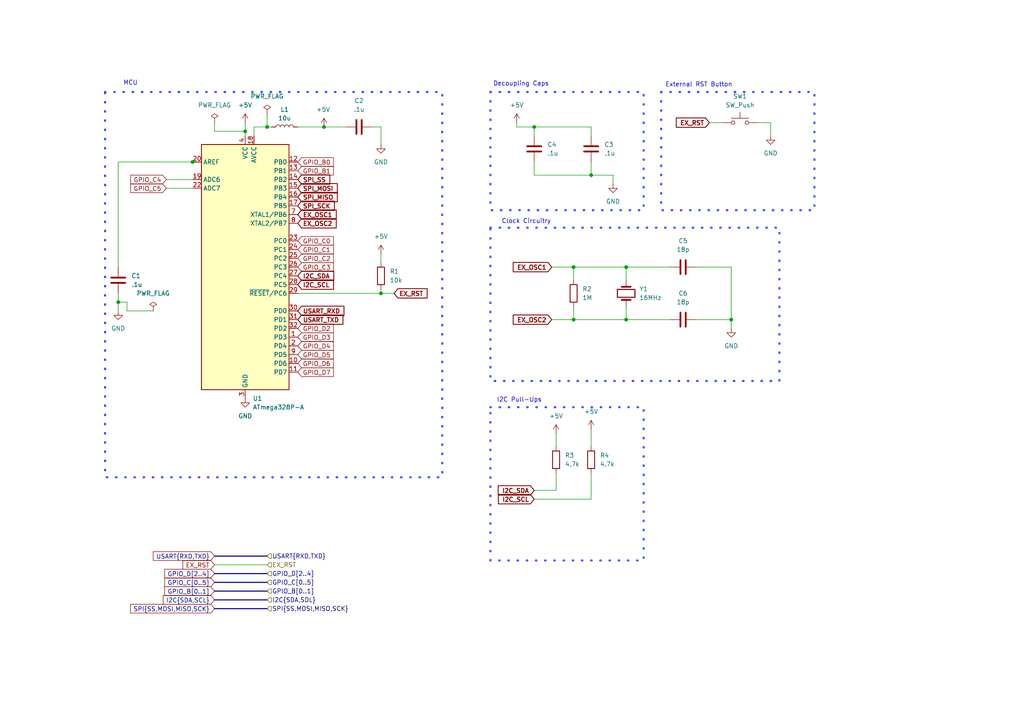
<source format=kicad_sch>
(kicad_sch
	(version 20231120)
	(generator "eeschema")
	(generator_version "8.0")
	(uuid "25e07be6-e2ff-4d8b-8140-9ac47294ab9f")
	(paper "A4")
	(lib_symbols
		(symbol "Device:C"
			(pin_numbers hide)
			(pin_names
				(offset 0.254)
			)
			(exclude_from_sim no)
			(in_bom yes)
			(on_board yes)
			(property "Reference" "C"
				(at 0.635 2.54 0)
				(effects
					(font
						(size 1.27 1.27)
					)
					(justify left)
				)
			)
			(property "Value" "C"
				(at 0.635 -2.54 0)
				(effects
					(font
						(size 1.27 1.27)
					)
					(justify left)
				)
			)
			(property "Footprint" ""
				(at 0.9652 -3.81 0)
				(effects
					(font
						(size 1.27 1.27)
					)
					(hide yes)
				)
			)
			(property "Datasheet" "~"
				(at 0 0 0)
				(effects
					(font
						(size 1.27 1.27)
					)
					(hide yes)
				)
			)
			(property "Description" "Unpolarized capacitor"
				(at 0 0 0)
				(effects
					(font
						(size 1.27 1.27)
					)
					(hide yes)
				)
			)
			(property "ki_keywords" "cap capacitor"
				(at 0 0 0)
				(effects
					(font
						(size 1.27 1.27)
					)
					(hide yes)
				)
			)
			(property "ki_fp_filters" "C_*"
				(at 0 0 0)
				(effects
					(font
						(size 1.27 1.27)
					)
					(hide yes)
				)
			)
			(symbol "C_0_1"
				(polyline
					(pts
						(xy -2.032 -0.762) (xy 2.032 -0.762)
					)
					(stroke
						(width 0.508)
						(type default)
					)
					(fill
						(type none)
					)
				)
				(polyline
					(pts
						(xy -2.032 0.762) (xy 2.032 0.762)
					)
					(stroke
						(width 0.508)
						(type default)
					)
					(fill
						(type none)
					)
				)
			)
			(symbol "C_1_1"
				(pin passive line
					(at 0 3.81 270)
					(length 2.794)
					(name "~"
						(effects
							(font
								(size 1.27 1.27)
							)
						)
					)
					(number "1"
						(effects
							(font
								(size 1.27 1.27)
							)
						)
					)
				)
				(pin passive line
					(at 0 -3.81 90)
					(length 2.794)
					(name "~"
						(effects
							(font
								(size 1.27 1.27)
							)
						)
					)
					(number "2"
						(effects
							(font
								(size 1.27 1.27)
							)
						)
					)
				)
			)
		)
		(symbol "Device:Crystal"
			(pin_numbers hide)
			(pin_names
				(offset 1.016) hide)
			(exclude_from_sim no)
			(in_bom yes)
			(on_board yes)
			(property "Reference" "Y"
				(at 0 3.81 0)
				(effects
					(font
						(size 1.27 1.27)
					)
				)
			)
			(property "Value" "Crystal"
				(at 0 -3.81 0)
				(effects
					(font
						(size 1.27 1.27)
					)
				)
			)
			(property "Footprint" ""
				(at 0 0 0)
				(effects
					(font
						(size 1.27 1.27)
					)
					(hide yes)
				)
			)
			(property "Datasheet" "~"
				(at 0 0 0)
				(effects
					(font
						(size 1.27 1.27)
					)
					(hide yes)
				)
			)
			(property "Description" "Two pin crystal"
				(at 0 0 0)
				(effects
					(font
						(size 1.27 1.27)
					)
					(hide yes)
				)
			)
			(property "ki_keywords" "quartz ceramic resonator oscillator"
				(at 0 0 0)
				(effects
					(font
						(size 1.27 1.27)
					)
					(hide yes)
				)
			)
			(property "ki_fp_filters" "Crystal*"
				(at 0 0 0)
				(effects
					(font
						(size 1.27 1.27)
					)
					(hide yes)
				)
			)
			(symbol "Crystal_0_1"
				(rectangle
					(start -1.143 2.54)
					(end 1.143 -2.54)
					(stroke
						(width 0.3048)
						(type default)
					)
					(fill
						(type none)
					)
				)
				(polyline
					(pts
						(xy -2.54 0) (xy -1.905 0)
					)
					(stroke
						(width 0)
						(type default)
					)
					(fill
						(type none)
					)
				)
				(polyline
					(pts
						(xy -1.905 -1.27) (xy -1.905 1.27)
					)
					(stroke
						(width 0.508)
						(type default)
					)
					(fill
						(type none)
					)
				)
				(polyline
					(pts
						(xy 1.905 -1.27) (xy 1.905 1.27)
					)
					(stroke
						(width 0.508)
						(type default)
					)
					(fill
						(type none)
					)
				)
				(polyline
					(pts
						(xy 2.54 0) (xy 1.905 0)
					)
					(stroke
						(width 0)
						(type default)
					)
					(fill
						(type none)
					)
				)
			)
			(symbol "Crystal_1_1"
				(pin passive line
					(at -3.81 0 0)
					(length 1.27)
					(name "1"
						(effects
							(font
								(size 1.27 1.27)
							)
						)
					)
					(number "1"
						(effects
							(font
								(size 1.27 1.27)
							)
						)
					)
				)
				(pin passive line
					(at 3.81 0 180)
					(length 1.27)
					(name "2"
						(effects
							(font
								(size 1.27 1.27)
							)
						)
					)
					(number "2"
						(effects
							(font
								(size 1.27 1.27)
							)
						)
					)
				)
			)
		)
		(symbol "Device:L"
			(pin_numbers hide)
			(pin_names
				(offset 1.016) hide)
			(exclude_from_sim no)
			(in_bom yes)
			(on_board yes)
			(property "Reference" "L"
				(at -1.27 0 90)
				(effects
					(font
						(size 1.27 1.27)
					)
				)
			)
			(property "Value" "L"
				(at 1.905 0 90)
				(effects
					(font
						(size 1.27 1.27)
					)
				)
			)
			(property "Footprint" ""
				(at 0 0 0)
				(effects
					(font
						(size 1.27 1.27)
					)
					(hide yes)
				)
			)
			(property "Datasheet" "~"
				(at 0 0 0)
				(effects
					(font
						(size 1.27 1.27)
					)
					(hide yes)
				)
			)
			(property "Description" "Inductor"
				(at 0 0 0)
				(effects
					(font
						(size 1.27 1.27)
					)
					(hide yes)
				)
			)
			(property "ki_keywords" "inductor choke coil reactor magnetic"
				(at 0 0 0)
				(effects
					(font
						(size 1.27 1.27)
					)
					(hide yes)
				)
			)
			(property "ki_fp_filters" "Choke_* *Coil* Inductor_* L_*"
				(at 0 0 0)
				(effects
					(font
						(size 1.27 1.27)
					)
					(hide yes)
				)
			)
			(symbol "L_0_1"
				(arc
					(start 0 -2.54)
					(mid 0.6323 -1.905)
					(end 0 -1.27)
					(stroke
						(width 0)
						(type default)
					)
					(fill
						(type none)
					)
				)
				(arc
					(start 0 -1.27)
					(mid 0.6323 -0.635)
					(end 0 0)
					(stroke
						(width 0)
						(type default)
					)
					(fill
						(type none)
					)
				)
				(arc
					(start 0 0)
					(mid 0.6323 0.635)
					(end 0 1.27)
					(stroke
						(width 0)
						(type default)
					)
					(fill
						(type none)
					)
				)
				(arc
					(start 0 1.27)
					(mid 0.6323 1.905)
					(end 0 2.54)
					(stroke
						(width 0)
						(type default)
					)
					(fill
						(type none)
					)
				)
			)
			(symbol "L_1_1"
				(pin passive line
					(at 0 3.81 270)
					(length 1.27)
					(name "1"
						(effects
							(font
								(size 1.27 1.27)
							)
						)
					)
					(number "1"
						(effects
							(font
								(size 1.27 1.27)
							)
						)
					)
				)
				(pin passive line
					(at 0 -3.81 90)
					(length 1.27)
					(name "2"
						(effects
							(font
								(size 1.27 1.27)
							)
						)
					)
					(number "2"
						(effects
							(font
								(size 1.27 1.27)
							)
						)
					)
				)
			)
		)
		(symbol "Device:R"
			(pin_numbers hide)
			(pin_names
				(offset 0)
			)
			(exclude_from_sim no)
			(in_bom yes)
			(on_board yes)
			(property "Reference" "R"
				(at 2.032 0 90)
				(effects
					(font
						(size 1.27 1.27)
					)
				)
			)
			(property "Value" "R"
				(at 0 0 90)
				(effects
					(font
						(size 1.27 1.27)
					)
				)
			)
			(property "Footprint" ""
				(at -1.778 0 90)
				(effects
					(font
						(size 1.27 1.27)
					)
					(hide yes)
				)
			)
			(property "Datasheet" "~"
				(at 0 0 0)
				(effects
					(font
						(size 1.27 1.27)
					)
					(hide yes)
				)
			)
			(property "Description" "Resistor"
				(at 0 0 0)
				(effects
					(font
						(size 1.27 1.27)
					)
					(hide yes)
				)
			)
			(property "ki_keywords" "R res resistor"
				(at 0 0 0)
				(effects
					(font
						(size 1.27 1.27)
					)
					(hide yes)
				)
			)
			(property "ki_fp_filters" "R_*"
				(at 0 0 0)
				(effects
					(font
						(size 1.27 1.27)
					)
					(hide yes)
				)
			)
			(symbol "R_0_1"
				(rectangle
					(start -1.016 -2.54)
					(end 1.016 2.54)
					(stroke
						(width 0.254)
						(type default)
					)
					(fill
						(type none)
					)
				)
			)
			(symbol "R_1_1"
				(pin passive line
					(at 0 3.81 270)
					(length 1.27)
					(name "~"
						(effects
							(font
								(size 1.27 1.27)
							)
						)
					)
					(number "1"
						(effects
							(font
								(size 1.27 1.27)
							)
						)
					)
				)
				(pin passive line
					(at 0 -3.81 90)
					(length 1.27)
					(name "~"
						(effects
							(font
								(size 1.27 1.27)
							)
						)
					)
					(number "2"
						(effects
							(font
								(size 1.27 1.27)
							)
						)
					)
				)
			)
		)
		(symbol "MCU_Microchip_ATmega:ATmega328P-A"
			(exclude_from_sim no)
			(in_bom yes)
			(on_board yes)
			(property "Reference" "U"
				(at -12.7 36.83 0)
				(effects
					(font
						(size 1.27 1.27)
					)
					(justify left bottom)
				)
			)
			(property "Value" "ATmega328P-A"
				(at 2.54 -36.83 0)
				(effects
					(font
						(size 1.27 1.27)
					)
					(justify left top)
				)
			)
			(property "Footprint" "Package_QFP:TQFP-32_7x7mm_P0.8mm"
				(at 0 0 0)
				(effects
					(font
						(size 1.27 1.27)
						(italic yes)
					)
					(hide yes)
				)
			)
			(property "Datasheet" "http://ww1.microchip.com/downloads/en/DeviceDoc/ATmega328_P%20AVR%20MCU%20with%20picoPower%20Technology%20Data%20Sheet%2040001984A.pdf"
				(at 0 0 0)
				(effects
					(font
						(size 1.27 1.27)
					)
					(hide yes)
				)
			)
			(property "Description" "20MHz, 32kB Flash, 2kB SRAM, 1kB EEPROM, TQFP-32"
				(at 0 0 0)
				(effects
					(font
						(size 1.27 1.27)
					)
					(hide yes)
				)
			)
			(property "ki_keywords" "AVR 8bit Microcontroller MegaAVR PicoPower"
				(at 0 0 0)
				(effects
					(font
						(size 1.27 1.27)
					)
					(hide yes)
				)
			)
			(property "ki_fp_filters" "TQFP*7x7mm*P0.8mm*"
				(at 0 0 0)
				(effects
					(font
						(size 1.27 1.27)
					)
					(hide yes)
				)
			)
			(symbol "ATmega328P-A_0_1"
				(rectangle
					(start -12.7 -35.56)
					(end 12.7 35.56)
					(stroke
						(width 0.254)
						(type default)
					)
					(fill
						(type background)
					)
				)
			)
			(symbol "ATmega328P-A_1_1"
				(pin bidirectional line
					(at 15.24 -20.32 180)
					(length 2.54)
					(name "PD3"
						(effects
							(font
								(size 1.27 1.27)
							)
						)
					)
					(number "1"
						(effects
							(font
								(size 1.27 1.27)
							)
						)
					)
				)
				(pin bidirectional line
					(at 15.24 -27.94 180)
					(length 2.54)
					(name "PD6"
						(effects
							(font
								(size 1.27 1.27)
							)
						)
					)
					(number "10"
						(effects
							(font
								(size 1.27 1.27)
							)
						)
					)
				)
				(pin bidirectional line
					(at 15.24 -30.48 180)
					(length 2.54)
					(name "PD7"
						(effects
							(font
								(size 1.27 1.27)
							)
						)
					)
					(number "11"
						(effects
							(font
								(size 1.27 1.27)
							)
						)
					)
				)
				(pin bidirectional line
					(at 15.24 30.48 180)
					(length 2.54)
					(name "PB0"
						(effects
							(font
								(size 1.27 1.27)
							)
						)
					)
					(number "12"
						(effects
							(font
								(size 1.27 1.27)
							)
						)
					)
				)
				(pin bidirectional line
					(at 15.24 27.94 180)
					(length 2.54)
					(name "PB1"
						(effects
							(font
								(size 1.27 1.27)
							)
						)
					)
					(number "13"
						(effects
							(font
								(size 1.27 1.27)
							)
						)
					)
				)
				(pin bidirectional line
					(at 15.24 25.4 180)
					(length 2.54)
					(name "PB2"
						(effects
							(font
								(size 1.27 1.27)
							)
						)
					)
					(number "14"
						(effects
							(font
								(size 1.27 1.27)
							)
						)
					)
				)
				(pin bidirectional line
					(at 15.24 22.86 180)
					(length 2.54)
					(name "PB3"
						(effects
							(font
								(size 1.27 1.27)
							)
						)
					)
					(number "15"
						(effects
							(font
								(size 1.27 1.27)
							)
						)
					)
				)
				(pin bidirectional line
					(at 15.24 20.32 180)
					(length 2.54)
					(name "PB4"
						(effects
							(font
								(size 1.27 1.27)
							)
						)
					)
					(number "16"
						(effects
							(font
								(size 1.27 1.27)
							)
						)
					)
				)
				(pin bidirectional line
					(at 15.24 17.78 180)
					(length 2.54)
					(name "PB5"
						(effects
							(font
								(size 1.27 1.27)
							)
						)
					)
					(number "17"
						(effects
							(font
								(size 1.27 1.27)
							)
						)
					)
				)
				(pin power_in line
					(at 2.54 38.1 270)
					(length 2.54)
					(name "AVCC"
						(effects
							(font
								(size 1.27 1.27)
							)
						)
					)
					(number "18"
						(effects
							(font
								(size 1.27 1.27)
							)
						)
					)
				)
				(pin input line
					(at -15.24 25.4 0)
					(length 2.54)
					(name "ADC6"
						(effects
							(font
								(size 1.27 1.27)
							)
						)
					)
					(number "19"
						(effects
							(font
								(size 1.27 1.27)
							)
						)
					)
				)
				(pin bidirectional line
					(at 15.24 -22.86 180)
					(length 2.54)
					(name "PD4"
						(effects
							(font
								(size 1.27 1.27)
							)
						)
					)
					(number "2"
						(effects
							(font
								(size 1.27 1.27)
							)
						)
					)
				)
				(pin passive line
					(at -15.24 30.48 0)
					(length 2.54)
					(name "AREF"
						(effects
							(font
								(size 1.27 1.27)
							)
						)
					)
					(number "20"
						(effects
							(font
								(size 1.27 1.27)
							)
						)
					)
				)
				(pin passive line
					(at 0 -38.1 90)
					(length 2.54) hide
					(name "GND"
						(effects
							(font
								(size 1.27 1.27)
							)
						)
					)
					(number "21"
						(effects
							(font
								(size 1.27 1.27)
							)
						)
					)
				)
				(pin input line
					(at -15.24 22.86 0)
					(length 2.54)
					(name "ADC7"
						(effects
							(font
								(size 1.27 1.27)
							)
						)
					)
					(number "22"
						(effects
							(font
								(size 1.27 1.27)
							)
						)
					)
				)
				(pin bidirectional line
					(at 15.24 7.62 180)
					(length 2.54)
					(name "PC0"
						(effects
							(font
								(size 1.27 1.27)
							)
						)
					)
					(number "23"
						(effects
							(font
								(size 1.27 1.27)
							)
						)
					)
				)
				(pin bidirectional line
					(at 15.24 5.08 180)
					(length 2.54)
					(name "PC1"
						(effects
							(font
								(size 1.27 1.27)
							)
						)
					)
					(number "24"
						(effects
							(font
								(size 1.27 1.27)
							)
						)
					)
				)
				(pin bidirectional line
					(at 15.24 2.54 180)
					(length 2.54)
					(name "PC2"
						(effects
							(font
								(size 1.27 1.27)
							)
						)
					)
					(number "25"
						(effects
							(font
								(size 1.27 1.27)
							)
						)
					)
				)
				(pin bidirectional line
					(at 15.24 0 180)
					(length 2.54)
					(name "PC3"
						(effects
							(font
								(size 1.27 1.27)
							)
						)
					)
					(number "26"
						(effects
							(font
								(size 1.27 1.27)
							)
						)
					)
				)
				(pin bidirectional line
					(at 15.24 -2.54 180)
					(length 2.54)
					(name "PC4"
						(effects
							(font
								(size 1.27 1.27)
							)
						)
					)
					(number "27"
						(effects
							(font
								(size 1.27 1.27)
							)
						)
					)
				)
				(pin bidirectional line
					(at 15.24 -5.08 180)
					(length 2.54)
					(name "PC5"
						(effects
							(font
								(size 1.27 1.27)
							)
						)
					)
					(number "28"
						(effects
							(font
								(size 1.27 1.27)
							)
						)
					)
				)
				(pin bidirectional line
					(at 15.24 -7.62 180)
					(length 2.54)
					(name "~{RESET}/PC6"
						(effects
							(font
								(size 1.27 1.27)
							)
						)
					)
					(number "29"
						(effects
							(font
								(size 1.27 1.27)
							)
						)
					)
				)
				(pin power_in line
					(at 0 -38.1 90)
					(length 2.54)
					(name "GND"
						(effects
							(font
								(size 1.27 1.27)
							)
						)
					)
					(number "3"
						(effects
							(font
								(size 1.27 1.27)
							)
						)
					)
				)
				(pin bidirectional line
					(at 15.24 -12.7 180)
					(length 2.54)
					(name "PD0"
						(effects
							(font
								(size 1.27 1.27)
							)
						)
					)
					(number "30"
						(effects
							(font
								(size 1.27 1.27)
							)
						)
					)
				)
				(pin bidirectional line
					(at 15.24 -15.24 180)
					(length 2.54)
					(name "PD1"
						(effects
							(font
								(size 1.27 1.27)
							)
						)
					)
					(number "31"
						(effects
							(font
								(size 1.27 1.27)
							)
						)
					)
				)
				(pin bidirectional line
					(at 15.24 -17.78 180)
					(length 2.54)
					(name "PD2"
						(effects
							(font
								(size 1.27 1.27)
							)
						)
					)
					(number "32"
						(effects
							(font
								(size 1.27 1.27)
							)
						)
					)
				)
				(pin power_in line
					(at 0 38.1 270)
					(length 2.54)
					(name "VCC"
						(effects
							(font
								(size 1.27 1.27)
							)
						)
					)
					(number "4"
						(effects
							(font
								(size 1.27 1.27)
							)
						)
					)
				)
				(pin passive line
					(at 0 -38.1 90)
					(length 2.54) hide
					(name "GND"
						(effects
							(font
								(size 1.27 1.27)
							)
						)
					)
					(number "5"
						(effects
							(font
								(size 1.27 1.27)
							)
						)
					)
				)
				(pin passive line
					(at 0 38.1 270)
					(length 2.54) hide
					(name "VCC"
						(effects
							(font
								(size 1.27 1.27)
							)
						)
					)
					(number "6"
						(effects
							(font
								(size 1.27 1.27)
							)
						)
					)
				)
				(pin bidirectional line
					(at 15.24 15.24 180)
					(length 2.54)
					(name "XTAL1/PB6"
						(effects
							(font
								(size 1.27 1.27)
							)
						)
					)
					(number "7"
						(effects
							(font
								(size 1.27 1.27)
							)
						)
					)
				)
				(pin bidirectional line
					(at 15.24 12.7 180)
					(length 2.54)
					(name "XTAL2/PB7"
						(effects
							(font
								(size 1.27 1.27)
							)
						)
					)
					(number "8"
						(effects
							(font
								(size 1.27 1.27)
							)
						)
					)
				)
				(pin bidirectional line
					(at 15.24 -25.4 180)
					(length 2.54)
					(name "PD5"
						(effects
							(font
								(size 1.27 1.27)
							)
						)
					)
					(number "9"
						(effects
							(font
								(size 1.27 1.27)
							)
						)
					)
				)
			)
		)
		(symbol "Switch:SW_Push"
			(pin_numbers hide)
			(pin_names
				(offset 1.016) hide)
			(exclude_from_sim no)
			(in_bom yes)
			(on_board yes)
			(property "Reference" "SW"
				(at 1.27 2.54 0)
				(effects
					(font
						(size 1.27 1.27)
					)
					(justify left)
				)
			)
			(property "Value" "SW_Push"
				(at 0 -1.524 0)
				(effects
					(font
						(size 1.27 1.27)
					)
				)
			)
			(property "Footprint" ""
				(at 0 5.08 0)
				(effects
					(font
						(size 1.27 1.27)
					)
					(hide yes)
				)
			)
			(property "Datasheet" "~"
				(at 0 5.08 0)
				(effects
					(font
						(size 1.27 1.27)
					)
					(hide yes)
				)
			)
			(property "Description" "Push button switch, generic, two pins"
				(at 0 0 0)
				(effects
					(font
						(size 1.27 1.27)
					)
					(hide yes)
				)
			)
			(property "ki_keywords" "switch normally-open pushbutton push-button"
				(at 0 0 0)
				(effects
					(font
						(size 1.27 1.27)
					)
					(hide yes)
				)
			)
			(symbol "SW_Push_0_1"
				(circle
					(center -2.032 0)
					(radius 0.508)
					(stroke
						(width 0)
						(type default)
					)
					(fill
						(type none)
					)
				)
				(polyline
					(pts
						(xy 0 1.27) (xy 0 3.048)
					)
					(stroke
						(width 0)
						(type default)
					)
					(fill
						(type none)
					)
				)
				(polyline
					(pts
						(xy 2.54 1.27) (xy -2.54 1.27)
					)
					(stroke
						(width 0)
						(type default)
					)
					(fill
						(type none)
					)
				)
				(circle
					(center 2.032 0)
					(radius 0.508)
					(stroke
						(width 0)
						(type default)
					)
					(fill
						(type none)
					)
				)
				(pin passive line
					(at -5.08 0 0)
					(length 2.54)
					(name "1"
						(effects
							(font
								(size 1.27 1.27)
							)
						)
					)
					(number "1"
						(effects
							(font
								(size 1.27 1.27)
							)
						)
					)
				)
				(pin passive line
					(at 5.08 0 180)
					(length 2.54)
					(name "2"
						(effects
							(font
								(size 1.27 1.27)
							)
						)
					)
					(number "2"
						(effects
							(font
								(size 1.27 1.27)
							)
						)
					)
				)
			)
		)
		(symbol "power:+5V"
			(power)
			(pin_numbers hide)
			(pin_names
				(offset 0) hide)
			(exclude_from_sim no)
			(in_bom yes)
			(on_board yes)
			(property "Reference" "#PWR"
				(at 0 -3.81 0)
				(effects
					(font
						(size 1.27 1.27)
					)
					(hide yes)
				)
			)
			(property "Value" "+5V"
				(at 0 3.556 0)
				(effects
					(font
						(size 1.27 1.27)
					)
				)
			)
			(property "Footprint" ""
				(at 0 0 0)
				(effects
					(font
						(size 1.27 1.27)
					)
					(hide yes)
				)
			)
			(property "Datasheet" ""
				(at 0 0 0)
				(effects
					(font
						(size 1.27 1.27)
					)
					(hide yes)
				)
			)
			(property "Description" "Power symbol creates a global label with name \"+5V\""
				(at 0 0 0)
				(effects
					(font
						(size 1.27 1.27)
					)
					(hide yes)
				)
			)
			(property "ki_keywords" "global power"
				(at 0 0 0)
				(effects
					(font
						(size 1.27 1.27)
					)
					(hide yes)
				)
			)
			(symbol "+5V_0_1"
				(polyline
					(pts
						(xy -0.762 1.27) (xy 0 2.54)
					)
					(stroke
						(width 0)
						(type default)
					)
					(fill
						(type none)
					)
				)
				(polyline
					(pts
						(xy 0 0) (xy 0 2.54)
					)
					(stroke
						(width 0)
						(type default)
					)
					(fill
						(type none)
					)
				)
				(polyline
					(pts
						(xy 0 2.54) (xy 0.762 1.27)
					)
					(stroke
						(width 0)
						(type default)
					)
					(fill
						(type none)
					)
				)
			)
			(symbol "+5V_1_1"
				(pin power_in line
					(at 0 0 90)
					(length 0)
					(name "~"
						(effects
							(font
								(size 1.27 1.27)
							)
						)
					)
					(number "1"
						(effects
							(font
								(size 1.27 1.27)
							)
						)
					)
				)
			)
		)
		(symbol "power:GND"
			(power)
			(pin_numbers hide)
			(pin_names
				(offset 0) hide)
			(exclude_from_sim no)
			(in_bom yes)
			(on_board yes)
			(property "Reference" "#PWR"
				(at 0 -6.35 0)
				(effects
					(font
						(size 1.27 1.27)
					)
					(hide yes)
				)
			)
			(property "Value" "GND"
				(at 0 -3.81 0)
				(effects
					(font
						(size 1.27 1.27)
					)
				)
			)
			(property "Footprint" ""
				(at 0 0 0)
				(effects
					(font
						(size 1.27 1.27)
					)
					(hide yes)
				)
			)
			(property "Datasheet" ""
				(at 0 0 0)
				(effects
					(font
						(size 1.27 1.27)
					)
					(hide yes)
				)
			)
			(property "Description" "Power symbol creates a global label with name \"GND\" , ground"
				(at 0 0 0)
				(effects
					(font
						(size 1.27 1.27)
					)
					(hide yes)
				)
			)
			(property "ki_keywords" "global power"
				(at 0 0 0)
				(effects
					(font
						(size 1.27 1.27)
					)
					(hide yes)
				)
			)
			(symbol "GND_0_1"
				(polyline
					(pts
						(xy 0 0) (xy 0 -1.27) (xy 1.27 -1.27) (xy 0 -2.54) (xy -1.27 -1.27) (xy 0 -1.27)
					)
					(stroke
						(width 0)
						(type default)
					)
					(fill
						(type none)
					)
				)
			)
			(symbol "GND_1_1"
				(pin power_in line
					(at 0 0 270)
					(length 0)
					(name "~"
						(effects
							(font
								(size 1.27 1.27)
							)
						)
					)
					(number "1"
						(effects
							(font
								(size 1.27 1.27)
							)
						)
					)
				)
			)
		)
		(symbol "power:PWR_FLAG"
			(power)
			(pin_numbers hide)
			(pin_names
				(offset 0) hide)
			(exclude_from_sim no)
			(in_bom yes)
			(on_board yes)
			(property "Reference" "#FLG"
				(at 0 1.905 0)
				(effects
					(font
						(size 1.27 1.27)
					)
					(hide yes)
				)
			)
			(property "Value" "PWR_FLAG"
				(at 0 3.81 0)
				(effects
					(font
						(size 1.27 1.27)
					)
				)
			)
			(property "Footprint" ""
				(at 0 0 0)
				(effects
					(font
						(size 1.27 1.27)
					)
					(hide yes)
				)
			)
			(property "Datasheet" "~"
				(at 0 0 0)
				(effects
					(font
						(size 1.27 1.27)
					)
					(hide yes)
				)
			)
			(property "Description" "Special symbol for telling ERC where power comes from"
				(at 0 0 0)
				(effects
					(font
						(size 1.27 1.27)
					)
					(hide yes)
				)
			)
			(property "ki_keywords" "flag power"
				(at 0 0 0)
				(effects
					(font
						(size 1.27 1.27)
					)
					(hide yes)
				)
			)
			(symbol "PWR_FLAG_0_0"
				(pin power_out line
					(at 0 0 90)
					(length 0)
					(name "~"
						(effects
							(font
								(size 1.27 1.27)
							)
						)
					)
					(number "1"
						(effects
							(font
								(size 1.27 1.27)
							)
						)
					)
				)
			)
			(symbol "PWR_FLAG_0_1"
				(polyline
					(pts
						(xy 0 0) (xy 0 1.27) (xy -1.016 1.905) (xy 0 2.54) (xy 1.016 1.905) (xy 0 1.27)
					)
					(stroke
						(width 0)
						(type default)
					)
					(fill
						(type none)
					)
				)
			)
		)
	)
	(junction
		(at 110.49 85.09)
		(diameter 0)
		(color 0 0 0 0)
		(uuid "1b67713a-6ba2-4a6b-8168-f9fb58cc4558")
	)
	(junction
		(at 171.45 50.8)
		(diameter 0)
		(color 0 0 0 0)
		(uuid "1f091e80-49b0-4b01-b3ac-752f92244245")
	)
	(junction
		(at 55.88 46.99)
		(diameter 0)
		(color 0 0 0 0)
		(uuid "3e046ce1-29b5-4286-a586-b9b1b8ae17c0")
	)
	(junction
		(at 181.61 77.47)
		(diameter 0)
		(color 0 0 0 0)
		(uuid "3e1cf570-fea2-483c-b707-5f65545b8909")
	)
	(junction
		(at 166.37 92.71)
		(diameter 0)
		(color 0 0 0 0)
		(uuid "41e69cfe-cbe5-4b83-8626-ff87c6215f65")
	)
	(junction
		(at 181.61 92.71)
		(diameter 0)
		(color 0 0 0 0)
		(uuid "6c68db62-0fa2-4a34-9f67-7881146541dd")
	)
	(junction
		(at 212.09 92.71)
		(diameter 0)
		(color 0 0 0 0)
		(uuid "78162a22-324f-4cdb-bc79-7f55fb3d970a")
	)
	(junction
		(at 166.37 77.47)
		(diameter 0)
		(color 0 0 0 0)
		(uuid "8ee88cc1-f4ba-41e9-be1a-a1159e3eabec")
	)
	(junction
		(at 154.94 36.83)
		(diameter 0)
		(color 0 0 0 0)
		(uuid "904cbdb2-12b1-4fc0-bfa2-eee0b2e2363f")
	)
	(junction
		(at 77.47 36.83)
		(diameter 0)
		(color 0 0 0 0)
		(uuid "aee2b590-78a0-472b-96a0-ad0f539c10a5")
	)
	(junction
		(at 93.98 36.83)
		(diameter 0)
		(color 0 0 0 0)
		(uuid "b5244d9f-799e-4599-8687-5f1cc616045e")
	)
	(junction
		(at 34.29 87.63)
		(diameter 0)
		(color 0 0 0 0)
		(uuid "cc8ba699-c9f0-4d27-b6d3-25c95440b609")
	)
	(junction
		(at 71.12 38.1)
		(diameter 0)
		(color 0 0 0 0)
		(uuid "dba13001-943b-40d1-b8a8-a36cb45a0fd4")
	)
	(wire
		(pts
			(xy 161.29 142.24) (xy 161.29 137.16)
		)
		(stroke
			(width 0)
			(type default)
		)
		(uuid "00fdc26a-3d21-4438-a334-ede155caf57c")
	)
	(wire
		(pts
			(xy 181.61 88.9) (xy 181.61 92.71)
		)
		(stroke
			(width 0)
			(type default)
		)
		(uuid "0823dc71-e361-46a5-a529-ddbbdbb7f90d")
	)
	(wire
		(pts
			(xy 212.09 92.71) (xy 212.09 77.47)
		)
		(stroke
			(width 0)
			(type default)
		)
		(uuid "11dd7310-e696-4726-8c58-3adfc613a14d")
	)
	(wire
		(pts
			(xy 73.66 36.83) (xy 77.47 36.83)
		)
		(stroke
			(width 0)
			(type default)
		)
		(uuid "13691ebf-db5d-4374-a78e-85449459a541")
	)
	(wire
		(pts
			(xy 205.74 35.56) (xy 209.55 35.56)
		)
		(stroke
			(width 0)
			(type default)
		)
		(uuid "1666cf78-68dc-4016-82e1-3c88dd210185")
	)
	(wire
		(pts
			(xy 73.66 39.37) (xy 73.66 36.83)
		)
		(stroke
			(width 0)
			(type default)
		)
		(uuid "1691bace-2195-4de9-8685-93be08020c91")
	)
	(wire
		(pts
			(xy 171.45 50.8) (xy 177.8 50.8)
		)
		(stroke
			(width 0)
			(type default)
		)
		(uuid "1b7d5ce4-fe51-4243-b68d-98705da79b74")
	)
	(wire
		(pts
			(xy 36.83 87.63) (xy 34.29 87.63)
		)
		(stroke
			(width 0)
			(type default)
		)
		(uuid "1e1c8ed4-d127-4e47-bb1b-359fceddedee")
	)
	(wire
		(pts
			(xy 171.45 36.83) (xy 171.45 39.37)
		)
		(stroke
			(width 0)
			(type default)
		)
		(uuid "1f2778a8-6ed5-4d9c-9aac-f037a674aa4d")
	)
	(wire
		(pts
			(xy 34.29 90.17) (xy 34.29 87.63)
		)
		(stroke
			(width 0)
			(type default)
		)
		(uuid "229f8c5e-6ea3-48ff-a45a-19f53bfcec8e")
	)
	(wire
		(pts
			(xy 71.12 35.56) (xy 71.12 38.1)
		)
		(stroke
			(width 0)
			(type default)
		)
		(uuid "27e14bf0-4436-4b66-b787-dc20c5857bf0")
	)
	(wire
		(pts
			(xy 154.94 36.83) (xy 171.45 36.83)
		)
		(stroke
			(width 0)
			(type default)
		)
		(uuid "2c6c5319-d42e-4db3-9130-b3e0ecfb95ee")
	)
	(wire
		(pts
			(xy 171.45 124.46) (xy 171.45 129.54)
		)
		(stroke
			(width 0)
			(type default)
		)
		(uuid "2cc3475f-c5cc-40b4-9cb3-b1e23cead4f5")
	)
	(wire
		(pts
			(xy 154.94 144.78) (xy 171.45 144.78)
		)
		(stroke
			(width 0)
			(type default)
		)
		(uuid "31d5196b-7682-4aae-8460-c725dc3a2b8d")
	)
	(wire
		(pts
			(xy 86.36 85.09) (xy 110.49 85.09)
		)
		(stroke
			(width 0)
			(type default)
		)
		(uuid "3b7c209e-7084-40cb-a62d-c18256f9906e")
	)
	(wire
		(pts
			(xy 160.02 77.47) (xy 166.37 77.47)
		)
		(stroke
			(width 0)
			(type default)
		)
		(uuid "3c07d0e1-fdd8-4d95-971f-f0a7a028da1c")
	)
	(bus
		(pts
			(xy 62.23 168.91) (xy 77.47 168.91)
		)
		(stroke
			(width 0)
			(type default)
		)
		(uuid "44aca30d-9de4-4ec3-8ecf-9efc5b2a3913")
	)
	(bus
		(pts
			(xy 62.23 171.45) (xy 77.47 171.45)
		)
		(stroke
			(width 0)
			(type default)
		)
		(uuid "525d0958-ce70-4fa7-bc09-c759db86e33e")
	)
	(wire
		(pts
			(xy 110.49 85.09) (xy 110.49 83.82)
		)
		(stroke
			(width 0)
			(type default)
		)
		(uuid "5ca1641b-7352-4545-a3a2-ea1ea95942a1")
	)
	(wire
		(pts
			(xy 181.61 92.71) (xy 194.31 92.71)
		)
		(stroke
			(width 0)
			(type default)
		)
		(uuid "5cc60281-f2e5-4765-b3cf-be038cbca5ea")
	)
	(wire
		(pts
			(xy 149.86 35.56) (xy 149.86 36.83)
		)
		(stroke
			(width 0)
			(type default)
		)
		(uuid "651a39bc-7775-42ee-8b2d-085ca3dfc445")
	)
	(wire
		(pts
			(xy 181.61 77.47) (xy 194.31 77.47)
		)
		(stroke
			(width 0)
			(type default)
		)
		(uuid "68d03c2d-cb00-4d6c-a38e-be60507b9fcd")
	)
	(bus
		(pts
			(xy 62.23 166.37) (xy 77.47 166.37)
		)
		(stroke
			(width 0)
			(type default)
		)
		(uuid "6bf10a52-f1f5-4591-9770-22aec321209b")
	)
	(wire
		(pts
			(xy 62.23 38.1) (xy 71.12 38.1)
		)
		(stroke
			(width 0)
			(type default)
		)
		(uuid "7626345d-122b-46fc-bd6e-87a4be27408c")
	)
	(wire
		(pts
			(xy 181.61 77.47) (xy 181.61 81.28)
		)
		(stroke
			(width 0)
			(type default)
		)
		(uuid "77353b27-ca9c-4a27-b602-6a6b4a28f7da")
	)
	(wire
		(pts
			(xy 154.94 36.83) (xy 154.94 39.37)
		)
		(stroke
			(width 0)
			(type default)
		)
		(uuid "7d52480b-8892-4fd4-953b-bfb26bcaa542")
	)
	(wire
		(pts
			(xy 34.29 46.99) (xy 55.88 46.99)
		)
		(stroke
			(width 0)
			(type default)
		)
		(uuid "84f91d05-a7ab-4dc7-b481-2fba3a8e5495")
	)
	(wire
		(pts
			(xy 110.49 85.09) (xy 114.3 85.09)
		)
		(stroke
			(width 0)
			(type default)
		)
		(uuid "8677560c-09fd-4d04-8616-d93c6b239f49")
	)
	(wire
		(pts
			(xy 201.93 92.71) (xy 212.09 92.71)
		)
		(stroke
			(width 0)
			(type default)
		)
		(uuid "8c146f4e-3ae5-40c1-96f5-1be2b894fe51")
	)
	(wire
		(pts
			(xy 212.09 92.71) (xy 212.09 95.25)
		)
		(stroke
			(width 0)
			(type default)
		)
		(uuid "8ce9e05d-d08c-4a28-a42f-c236227e5efc")
	)
	(wire
		(pts
			(xy 34.29 87.63) (xy 34.29 85.09)
		)
		(stroke
			(width 0)
			(type default)
		)
		(uuid "8d64673d-bd67-4f3a-810e-e066a4511073")
	)
	(wire
		(pts
			(xy 154.94 50.8) (xy 171.45 50.8)
		)
		(stroke
			(width 0)
			(type default)
		)
		(uuid "91c270cb-c24b-4c07-85a3-333375bf0fe7")
	)
	(wire
		(pts
			(xy 110.49 36.83) (xy 110.49 41.91)
		)
		(stroke
			(width 0)
			(type default)
		)
		(uuid "93ba4adb-6152-4c79-bda1-77dfdd854e64")
	)
	(wire
		(pts
			(xy 36.83 90.17) (xy 36.83 87.63)
		)
		(stroke
			(width 0)
			(type default)
		)
		(uuid "955fc6bd-e1d3-4a31-80db-383d2452e24a")
	)
	(wire
		(pts
			(xy 34.29 77.47) (xy 34.29 46.99)
		)
		(stroke
			(width 0)
			(type default)
		)
		(uuid "96d48de9-e816-49b8-af86-a196881ef05a")
	)
	(wire
		(pts
			(xy 107.95 36.83) (xy 110.49 36.83)
		)
		(stroke
			(width 0)
			(type default)
		)
		(uuid "979be761-c482-4682-bf55-dbbcf1133d21")
	)
	(wire
		(pts
			(xy 154.94 46.99) (xy 154.94 50.8)
		)
		(stroke
			(width 0)
			(type default)
		)
		(uuid "9a5341b2-d7ba-4a56-90aa-860079404ea0")
	)
	(wire
		(pts
			(xy 110.49 73.66) (xy 110.49 76.2)
		)
		(stroke
			(width 0)
			(type default)
		)
		(uuid "a7c1eea6-4a75-4da8-8c9d-b105fa369d75")
	)
	(wire
		(pts
			(xy 93.98 36.83) (xy 100.33 36.83)
		)
		(stroke
			(width 0)
			(type default)
		)
		(uuid "b078993f-59ed-4fd1-bcef-79f0139a560a")
	)
	(wire
		(pts
			(xy 149.86 36.83) (xy 154.94 36.83)
		)
		(stroke
			(width 0)
			(type default)
		)
		(uuid "b4be1992-d4d5-41ed-b192-affdf7b267b6")
	)
	(wire
		(pts
			(xy 166.37 77.47) (xy 166.37 81.28)
		)
		(stroke
			(width 0)
			(type default)
		)
		(uuid "b5432fa5-106b-4907-adcd-c72372ed0fd1")
	)
	(wire
		(pts
			(xy 177.8 50.8) (xy 177.8 53.34)
		)
		(stroke
			(width 0)
			(type default)
		)
		(uuid "b6ac9361-80b2-49c9-ac0c-6353b6b2f403")
	)
	(wire
		(pts
			(xy 154.94 142.24) (xy 161.29 142.24)
		)
		(stroke
			(width 0)
			(type default)
		)
		(uuid "bb1da19b-f72f-4b69-bfc6-695bdf0a22bd")
	)
	(wire
		(pts
			(xy 166.37 77.47) (xy 181.61 77.47)
		)
		(stroke
			(width 0)
			(type default)
		)
		(uuid "bdd59e92-aed0-4048-81a9-4481723256b5")
	)
	(wire
		(pts
			(xy 161.29 125.73) (xy 161.29 129.54)
		)
		(stroke
			(width 0)
			(type default)
		)
		(uuid "bf85493c-768d-4b46-a01c-a76fb1078735")
	)
	(wire
		(pts
			(xy 86.36 36.83) (xy 93.98 36.83)
		)
		(stroke
			(width 0)
			(type default)
		)
		(uuid "c49354a7-492a-45b1-b3d7-638f36cd9c40")
	)
	(bus
		(pts
			(xy 62.23 176.53) (xy 77.47 176.53)
		)
		(stroke
			(width 0)
			(type default)
		)
		(uuid "c64ff173-90a8-4cb4-a732-fca1454973e9")
	)
	(wire
		(pts
			(xy 55.88 46.99) (xy 57.15 46.99)
		)
		(stroke
			(width 0)
			(type default)
		)
		(uuid "c661588d-4f58-4d49-a190-7eeacb23095c")
	)
	(wire
		(pts
			(xy 166.37 92.71) (xy 181.61 92.71)
		)
		(stroke
			(width 0)
			(type default)
		)
		(uuid "cb123694-afd5-4da2-be13-23b2ce293d7d")
	)
	(wire
		(pts
			(xy 212.09 77.47) (xy 201.93 77.47)
		)
		(stroke
			(width 0)
			(type default)
		)
		(uuid "d1194179-6be0-464a-b82e-da51c2ca30bc")
	)
	(wire
		(pts
			(xy 48.26 54.61) (xy 55.88 54.61)
		)
		(stroke
			(width 0)
			(type default)
		)
		(uuid "d3c824f1-c146-40de-af03-9848a48c9fab")
	)
	(wire
		(pts
			(xy 48.26 52.07) (xy 55.88 52.07)
		)
		(stroke
			(width 0)
			(type default)
		)
		(uuid "d6fd0e6a-6ec1-417d-8816-2def363a7632")
	)
	(wire
		(pts
			(xy 160.02 92.71) (xy 166.37 92.71)
		)
		(stroke
			(width 0)
			(type default)
		)
		(uuid "d7fde072-7c78-46bd-ac0a-370d14832ed1")
	)
	(wire
		(pts
			(xy 223.52 35.56) (xy 219.71 35.56)
		)
		(stroke
			(width 0)
			(type default)
		)
		(uuid "d8982c3c-8e55-490e-9c5b-7e59d5501375")
	)
	(wire
		(pts
			(xy 71.12 38.1) (xy 71.12 39.37)
		)
		(stroke
			(width 0)
			(type default)
		)
		(uuid "d9269b2a-7c6d-47b2-8660-65c3a0e0891f")
	)
	(wire
		(pts
			(xy 77.47 33.02) (xy 77.47 36.83)
		)
		(stroke
			(width 0)
			(type default)
		)
		(uuid "dabd49bd-1088-4c60-beb1-72735f0fb0ef")
	)
	(wire
		(pts
			(xy 171.45 144.78) (xy 171.45 137.16)
		)
		(stroke
			(width 0)
			(type default)
		)
		(uuid "e0e1db96-a5ac-4cdf-b2ca-6e03b3f5eb63")
	)
	(bus
		(pts
			(xy 62.23 173.99) (xy 77.47 173.99)
		)
		(stroke
			(width 0)
			(type default)
		)
		(uuid "e1ead5fa-ea6c-46f1-b70e-3354548dd71d")
	)
	(wire
		(pts
			(xy 62.23 163.83) (xy 77.47 163.83)
		)
		(stroke
			(width 0)
			(type default)
		)
		(uuid "e8996c2d-6311-4fd1-ae9c-227cc3713828")
	)
	(wire
		(pts
			(xy 166.37 88.9) (xy 166.37 92.71)
		)
		(stroke
			(width 0)
			(type default)
		)
		(uuid "e9934ab0-ae35-4eef-9dd6-48fb7333325e")
	)
	(wire
		(pts
			(xy 171.45 46.99) (xy 171.45 50.8)
		)
		(stroke
			(width 0)
			(type default)
		)
		(uuid "eb07f5dd-e892-491a-aac1-8926d7957b82")
	)
	(bus
		(pts
			(xy 62.23 161.29) (xy 77.47 161.29)
		)
		(stroke
			(width 0)
			(type default)
		)
		(uuid "ed6c4e40-b2e0-4dbf-ac03-97c7b2a6bb54")
	)
	(wire
		(pts
			(xy 62.23 35.56) (xy 62.23 38.1)
		)
		(stroke
			(width 0)
			(type default)
		)
		(uuid "f63c175e-5f4b-4865-94d6-22ce783f0f02")
	)
	(wire
		(pts
			(xy 44.45 90.17) (xy 36.83 90.17)
		)
		(stroke
			(width 0)
			(type default)
		)
		(uuid "f7eeb383-6428-4e2f-be9b-36e0fe56915d")
	)
	(wire
		(pts
			(xy 77.47 36.83) (xy 78.74 36.83)
		)
		(stroke
			(width 0)
			(type default)
		)
		(uuid "fab517b7-825d-43bc-a005-607572e0f6d1")
	)
	(wire
		(pts
			(xy 223.52 39.37) (xy 223.52 35.56)
		)
		(stroke
			(width 0)
			(type default)
		)
		(uuid "fb0020c2-b9f7-438b-9dbc-29f1157c17f7")
	)
	(rectangle
		(start 142.24 66.04)
		(end 226.06 110.49)
		(stroke
			(width 0.635)
			(type dot)
			(color 46 70 255 1)
		)
		(fill
			(type none)
		)
		(uuid 0e92d9cc-0d6a-496c-ac2b-49971d035758)
	)
	(rectangle
		(start 191.77 26.67)
		(end 236.22 60.96)
		(stroke
			(width 0.635)
			(type dot)
			(color 46 70 255 1)
		)
		(fill
			(type none)
		)
		(uuid 169f6a26-18ee-46f0-b7aa-285249dd1700)
	)
	(rectangle
		(start 142.24 118.11)
		(end 186.69 162.56)
		(stroke
			(width 0.635)
			(type dot)
			(color 46 70 255 1)
		)
		(fill
			(type none)
		)
		(uuid a102eacc-0715-4904-905c-8bcb065124f9)
	)
	(rectangle
		(start 30.48 26.67)
		(end 128.27 138.43)
		(stroke
			(width 0.635)
			(type dot)
			(color 46 70 255 1)
		)
		(fill
			(type none)
		)
		(uuid bbc62c4e-78f9-4185-a744-46c80fa08055)
	)
	(rectangle
		(start 142.24 26.67)
		(end 186.69 60.96)
		(stroke
			(width 0.635)
			(type dot)
			(color 46 70 255 1)
		)
		(fill
			(type none)
		)
		(uuid f0cc2e59-cf25-4043-b4f4-2b6e6c42a036)
	)
	(text "I2C Pull-Ups\n"
		(exclude_from_sim no)
		(at 150.622 116.078 0)
		(effects
			(font
				(size 1.27 1.27)
			)
		)
		(uuid "2c8ea05c-704f-40e2-a9e2-26f775624957")
	)
	(text "External RST Button"
		(exclude_from_sim no)
		(at 202.692 24.638 0)
		(effects
			(font
				(size 1.27 1.27)
			)
		)
		(uuid "3ab76506-868c-4d30-8541-23992be9c8a4")
	)
	(text "Decoupling Caps"
		(exclude_from_sim no)
		(at 151.13 24.384 0)
		(effects
			(font
				(size 1.27 1.27)
			)
		)
		(uuid "62ff86b4-db27-4e7b-a007-8aeea79e1241")
	)
	(text "Clock Circuitry"
		(exclude_from_sim no)
		(at 152.654 64.262 0)
		(effects
			(font
				(size 1.27 1.27)
			)
		)
		(uuid "aa0391a1-5847-44ef-98f2-983ceb757356")
	)
	(text "MCU"
		(exclude_from_sim no)
		(at 37.846 24.13 0)
		(effects
			(font
				(size 1.27 1.27)
			)
		)
		(uuid "fd84d0e1-e9cc-4f1f-94e6-5c1f565bedd1")
	)
	(global_label "USART_RXD"
		(shape input)
		(at 86.36 90.17 0)
		(fields_autoplaced yes)
		(effects
			(font
				(size 1.27 1.27)
				(thickness 0.254)
				(bold yes)
			)
			(justify left)
		)
		(uuid "095e3888-22f6-4f92-8af3-b70fcc13659e")
		(property "Intersheetrefs" "${INTERSHEET_REFS}"
			(at 100.4045 90.17 0)
			(effects
				(font
					(size 1.27 1.27)
				)
				(justify left)
				(hide yes)
			)
		)
	)
	(global_label "I2C_SDA"
		(shape input)
		(at 86.36 80.01 0)
		(fields_autoplaced yes)
		(effects
			(font
				(size 1.27 1.27)
				(thickness 0.254)
				(bold yes)
			)
			(justify left)
		)
		(uuid "11d6dea8-8a96-4337-ba72-ddc94da14a32")
		(property "Intersheetrefs" "${INTERSHEET_REFS}"
			(at 97.4412 80.01 0)
			(effects
				(font
					(size 1.27 1.27)
				)
				(justify left)
				(hide yes)
			)
		)
	)
	(global_label "GPIO_D4"
		(shape input)
		(at 86.36 100.33 0)
		(fields_autoplaced yes)
		(effects
			(font
				(size 1.27 1.27)
			)
			(justify left)
		)
		(uuid "1776386e-ca5c-4a77-bd1d-5443830ea99d")
		(property "Intersheetrefs" "${INTERSHEET_REFS}"
			(at 97.2676 100.33 0)
			(effects
				(font
					(size 1.27 1.27)
				)
				(justify left)
				(hide yes)
			)
		)
	)
	(global_label "GPIO_C1"
		(shape input)
		(at 86.36 72.39 0)
		(fields_autoplaced yes)
		(effects
			(font
				(size 1.27 1.27)
			)
			(justify left)
		)
		(uuid "1944fd37-0b6b-423c-9523-77a50266a899")
		(property "Intersheetrefs" "${INTERSHEET_REFS}"
			(at 97.2676 72.39 0)
			(effects
				(font
					(size 1.27 1.27)
				)
				(justify left)
				(hide yes)
			)
		)
	)
	(global_label "GPIO_C4"
		(shape input)
		(at 48.26 52.07 180)
		(fields_autoplaced yes)
		(effects
			(font
				(size 1.27 1.27)
			)
			(justify right)
		)
		(uuid "1c00437b-2fba-443f-956e-e42e44aea41c")
		(property "Intersheetrefs" "${INTERSHEET_REFS}"
			(at 59.1676 52.07 0)
			(effects
				(font
					(size 1.27 1.27)
				)
				(justify left)
				(hide yes)
			)
		)
	)
	(global_label "GPIO_D3"
		(shape input)
		(at 86.36 97.79 0)
		(fields_autoplaced yes)
		(effects
			(font
				(size 1.27 1.27)
			)
			(justify left)
		)
		(uuid "20f6037e-06e3-488a-8792-14ee66c8825f")
		(property "Intersheetrefs" "${INTERSHEET_REFS}"
			(at 97.2676 97.79 0)
			(effects
				(font
					(size 1.27 1.27)
				)
				(justify left)
				(hide yes)
			)
		)
	)
	(global_label "EX_OSC2"
		(shape input)
		(at 160.02 92.71 180)
		(fields_autoplaced yes)
		(effects
			(font
				(size 1.27 1.27)
				(thickness 0.254)
				(bold yes)
			)
			(justify right)
		)
		(uuid "26235eef-3a73-46d0-bc54-26f9898d0adf")
		(property "Intersheetrefs" "${INTERSHEET_REFS}"
			(at 148.2132 92.71 0)
			(effects
				(font
					(size 1.27 1.27)
				)
				(justify right)
				(hide yes)
			)
		)
	)
	(global_label "GPIO_D7"
		(shape input)
		(at 86.36 107.95 0)
		(fields_autoplaced yes)
		(effects
			(font
				(size 1.27 1.27)
			)
			(justify left)
		)
		(uuid "306219f6-783c-4496-8f3d-2a9a75b2ea54")
		(property "Intersheetrefs" "${INTERSHEET_REFS}"
			(at 97.2676 107.95 0)
			(effects
				(font
					(size 1.27 1.27)
				)
				(justify left)
				(hide yes)
			)
		)
	)
	(global_label "GPIO_D5"
		(shape input)
		(at 86.36 102.87 0)
		(fields_autoplaced yes)
		(effects
			(font
				(size 1.27 1.27)
			)
			(justify left)
		)
		(uuid "31c332a2-c8c4-4626-9fbd-991be3e69e60")
		(property "Intersheetrefs" "${INTERSHEET_REFS}"
			(at 97.2676 102.87 0)
			(effects
				(font
					(size 1.27 1.27)
				)
				(justify left)
				(hide yes)
			)
		)
	)
	(global_label "USART_TXD"
		(shape input)
		(at 86.36 92.71 0)
		(fields_autoplaced yes)
		(effects
			(font
				(size 1.27 1.27)
				(thickness 0.254)
				(bold yes)
			)
			(justify left)
		)
		(uuid "38dece4d-fac8-44a7-8ff3-f18f79ececa3")
		(property "Intersheetrefs" "${INTERSHEET_REFS}"
			(at 100.1021 92.71 0)
			(effects
				(font
					(size 1.27 1.27)
				)
				(justify left)
				(hide yes)
			)
		)
	)
	(global_label "GPIO_D2"
		(shape input)
		(at 86.36 95.25 0)
		(fields_autoplaced yes)
		(effects
			(font
				(size 1.27 1.27)
			)
			(justify left)
		)
		(uuid "40a874d6-4396-4b68-95ee-b82cc66e005b")
		(property "Intersheetrefs" "${INTERSHEET_REFS}"
			(at 97.2676 95.25 0)
			(effects
				(font
					(size 1.27 1.27)
				)
				(justify left)
				(hide yes)
			)
		)
	)
	(global_label "EX_OSC1"
		(shape input)
		(at 86.36 62.23 0)
		(fields_autoplaced yes)
		(effects
			(font
				(size 1.27 1.27)
				(thickness 0.254)
				(bold yes)
			)
			(justify left)
		)
		(uuid "41103fa1-be88-4a2e-b42f-85c4ba83765e")
		(property "Intersheetrefs" "${INTERSHEET_REFS}"
			(at 98.1668 62.23 0)
			(effects
				(font
					(size 1.27 1.27)
				)
				(justify left)
				(hide yes)
			)
		)
	)
	(global_label "SPI_SCK"
		(shape input)
		(at 86.36 59.69 0)
		(fields_autoplaced yes)
		(effects
			(font
				(size 1.27 1.27)
				(thickness 0.254)
				(bold yes)
			)
			(justify left)
		)
		(uuid "46e4940e-4794-41fd-b9dd-f16627e3ed3a")
		(property "Intersheetrefs" "${INTERSHEET_REFS}"
			(at 97.6226 59.69 0)
			(effects
				(font
					(size 1.27 1.27)
				)
				(justify left)
				(hide yes)
			)
		)
	)
	(global_label "EX_RST"
		(shape input)
		(at 205.74 35.56 180)
		(fields_autoplaced yes)
		(effects
			(font
				(size 1.27 1.27)
				(thickness 0.254)
				(bold yes)
			)
			(justify right)
		)
		(uuid "4e8cc660-f415-4e2a-9453-8e19d14a4068")
		(property "Intersheetrefs" "${INTERSHEET_REFS}"
			(at 195.5056 35.56 0)
			(effects
				(font
					(size 1.27 1.27)
				)
				(justify right)
				(hide yes)
			)
		)
	)
	(global_label "GPIO_B[0..1]"
		(shape input)
		(at 62.23 171.45 180)
		(fields_autoplaced yes)
		(effects
			(font
				(size 1.27 1.27)
			)
			(justify right)
		)
		(uuid "514f3a72-267f-4066-a75a-4981a6e5300b")
		(property "Intersheetrefs" "${INTERSHEET_REFS}"
			(at 47.2099 171.45 0)
			(effects
				(font
					(size 1.27 1.27)
				)
				(justify right)
				(hide yes)
			)
		)
	)
	(global_label "EX_OSC2"
		(shape input)
		(at 86.36 64.77 0)
		(fields_autoplaced yes)
		(effects
			(font
				(size 1.27 1.27)
				(thickness 0.254)
				(bold yes)
			)
			(justify left)
		)
		(uuid "517ea49a-1c1a-43ef-ac28-1823c864bac1")
		(property "Intersheetrefs" "${INTERSHEET_REFS}"
			(at 98.1668 64.77 0)
			(effects
				(font
					(size 1.27 1.27)
				)
				(justify left)
				(hide yes)
			)
		)
	)
	(global_label "GPIO_C[0..5]"
		(shape input)
		(at 62.23 168.91 180)
		(fields_autoplaced yes)
		(effects
			(font
				(size 1.27 1.27)
			)
			(justify right)
		)
		(uuid "52e1a5d0-fdb3-47c9-816c-83efbadf7fe7")
		(property "Intersheetrefs" "${INTERSHEET_REFS}"
			(at 47.2099 168.91 0)
			(effects
				(font
					(size 1.27 1.27)
				)
				(justify right)
				(hide yes)
			)
		)
	)
	(global_label "GPIO_B1"
		(shape input)
		(at 86.36 49.53 0)
		(fields_autoplaced yes)
		(effects
			(font
				(size 1.27 1.27)
			)
			(justify left)
		)
		(uuid "531d1fd3-f734-4dc1-b308-b4a6e3d14dc1")
		(property "Intersheetrefs" "${INTERSHEET_REFS}"
			(at 97.2676 49.53 0)
			(effects
				(font
					(size 1.27 1.27)
				)
				(justify left)
				(hide yes)
			)
		)
	)
	(global_label "SPI_SS"
		(shape input)
		(at 86.36 52.07 0)
		(fields_autoplaced yes)
		(effects
			(font
				(size 1.27 1.27)
				(thickness 0.254)
				(bold yes)
			)
			(justify left)
		)
		(uuid "57f1debf-c8b8-45f7-b6ce-e6e283e7496a")
		(property "Intersheetrefs" "${INTERSHEET_REFS}"
			(at 96.2921 52.07 0)
			(effects
				(font
					(size 1.27 1.27)
				)
				(justify left)
				(hide yes)
			)
		)
	)
	(global_label "I2C_SCL"
		(shape input)
		(at 86.36 82.55 0)
		(fields_autoplaced yes)
		(effects
			(font
				(size 1.27 1.27)
				(thickness 0.254)
				(bold yes)
			)
			(justify left)
		)
		(uuid "60aaf2fa-d6ee-4b4e-ae64-1be9c8b103ea")
		(property "Intersheetrefs" "${INTERSHEET_REFS}"
			(at 97.3807 82.55 0)
			(effects
				(font
					(size 1.27 1.27)
				)
				(justify left)
				(hide yes)
			)
		)
	)
	(global_label "USART{RXD,TXD}"
		(shape input)
		(at 62.23 161.29 180)
		(fields_autoplaced yes)
		(effects
			(font
				(size 1.27 1.27)
			)
			(justify right)
		)
		(uuid "675868dc-9bda-49a4-9e3d-912c9d7a7f04")
		(property "Intersheetrefs" "${INTERSHEET_REFS}"
			(at 43.8838 161.29 0)
			(effects
				(font
					(size 1.27 1.27)
				)
				(justify right)
				(hide yes)
			)
		)
	)
	(global_label "I2C_SDA"
		(shape input)
		(at 154.94 142.24 180)
		(fields_autoplaced yes)
		(effects
			(font
				(size 1.27 1.27)
				(thickness 0.254)
				(bold yes)
			)
			(justify right)
		)
		(uuid "695c54ef-9295-4a46-a6d0-f888e7111993")
		(property "Intersheetrefs" "${INTERSHEET_REFS}"
			(at 143.8588 142.24 0)
			(effects
				(font
					(size 1.27 1.27)
				)
				(justify right)
				(hide yes)
			)
		)
	)
	(global_label "GPIO_D[2..4]"
		(shape input)
		(at 62.23 166.37 180)
		(fields_autoplaced yes)
		(effects
			(font
				(size 1.27 1.27)
			)
			(justify right)
		)
		(uuid "71ffb0a9-cf25-4035-9a0d-53612dbd4f28")
		(property "Intersheetrefs" "${INTERSHEET_REFS}"
			(at 47.2099 166.37 0)
			(effects
				(font
					(size 1.27 1.27)
				)
				(justify right)
				(hide yes)
			)
		)
	)
	(global_label "SPI{SS,MOSI,MISO,SCK}"
		(shape input)
		(at 62.23 176.53 180)
		(fields_autoplaced yes)
		(effects
			(font
				(size 1.27 1.27)
			)
			(justify right)
		)
		(uuid "78604711-631b-4a8d-9aaf-65131d998073")
		(property "Intersheetrefs" "${INTERSHEET_REFS}"
			(at 37.2918 176.53 0)
			(effects
				(font
					(size 1.27 1.27)
				)
				(justify right)
				(hide yes)
			)
		)
	)
	(global_label "EX_RST"
		(shape input)
		(at 114.3 85.09 0)
		(fields_autoplaced yes)
		(effects
			(font
				(size 1.27 1.27)
				(thickness 0.254)
				(bold yes)
			)
			(justify left)
		)
		(uuid "8f908e04-44b2-4259-a384-3f414f413b0a")
		(property "Intersheetrefs" "${INTERSHEET_REFS}"
			(at 124.5344 85.09 0)
			(effects
				(font
					(size 1.27 1.27)
				)
				(justify left)
				(hide yes)
			)
		)
	)
	(global_label "EX_RST"
		(shape input)
		(at 62.23 163.83 180)
		(fields_autoplaced yes)
		(effects
			(font
				(size 1.27 1.27)
			)
			(justify right)
		)
		(uuid "91e807a5-abcd-40f8-adc4-c2d8d8d317e6")
		(property "Intersheetrefs" "${INTERSHEET_REFS}"
			(at 52.4716 163.83 0)
			(effects
				(font
					(size 1.27 1.27)
				)
				(justify right)
				(hide yes)
			)
		)
	)
	(global_label "SPI_MOSI"
		(shape input)
		(at 86.36 54.61 0)
		(fields_autoplaced yes)
		(effects
			(font
				(size 1.27 1.27)
				(thickness 0.254)
				(bold yes)
			)
			(justify left)
		)
		(uuid "938ceb54-1241-4f3f-84fc-737fee21b85d")
		(property "Intersheetrefs" "${INTERSHEET_REFS}"
			(at 98.4693 54.61 0)
			(effects
				(font
					(size 1.27 1.27)
				)
				(justify left)
				(hide yes)
			)
		)
	)
	(global_label "GPIO_C2"
		(shape input)
		(at 86.36 74.93 0)
		(fields_autoplaced yes)
		(effects
			(font
				(size 1.27 1.27)
			)
			(justify left)
		)
		(uuid "995c2ab6-4031-47cf-8739-3ff363f20aeb")
		(property "Intersheetrefs" "${INTERSHEET_REFS}"
			(at 97.2676 74.93 0)
			(effects
				(font
					(size 1.27 1.27)
				)
				(justify left)
				(hide yes)
			)
		)
	)
	(global_label "GPIO_C3"
		(shape input)
		(at 86.36 77.47 0)
		(fields_autoplaced yes)
		(effects
			(font
				(size 1.27 1.27)
				(thickness 0.1588)
			)
			(justify left)
		)
		(uuid "99a45eb7-ad5a-4b6c-8abd-07369a10df65")
		(property "Intersheetrefs" "${INTERSHEET_REFS}"
			(at 97.2676 77.47 0)
			(effects
				(font
					(size 1.27 1.27)
				)
				(justify left)
				(hide yes)
			)
		)
	)
	(global_label "SPI_MISO"
		(shape input)
		(at 86.36 57.15 0)
		(fields_autoplaced yes)
		(effects
			(font
				(size 1.27 1.27)
				(thickness 0.254)
				(bold yes)
			)
			(justify left)
		)
		(uuid "a46182eb-1b66-4ee2-bf7c-91552ae4500b")
		(property "Intersheetrefs" "${INTERSHEET_REFS}"
			(at 98.4693 57.15 0)
			(effects
				(font
					(size 1.27 1.27)
				)
				(justify left)
				(hide yes)
			)
		)
	)
	(global_label "EX_OSC1"
		(shape input)
		(at 160.02 77.47 180)
		(fields_autoplaced yes)
		(effects
			(font
				(size 1.27 1.27)
				(thickness 0.254)
				(bold yes)
			)
			(justify right)
		)
		(uuid "b56f1b7e-fc10-45da-bd10-a4f8cfe40a8d")
		(property "Intersheetrefs" "${INTERSHEET_REFS}"
			(at 148.2132 77.47 0)
			(effects
				(font
					(size 1.27 1.27)
				)
				(justify right)
				(hide yes)
			)
		)
	)
	(global_label "GPIO_D6"
		(shape input)
		(at 86.36 105.41 0)
		(fields_autoplaced yes)
		(effects
			(font
				(size 1.27 1.27)
			)
			(justify left)
		)
		(uuid "b7a45a46-45cd-4d1d-b3a8-b0f3f0ca6b7f")
		(property "Intersheetrefs" "${INTERSHEET_REFS}"
			(at 97.2676 105.41 0)
			(effects
				(font
					(size 1.27 1.27)
				)
				(justify left)
				(hide yes)
			)
		)
	)
	(global_label "I2C_SCL"
		(shape input)
		(at 154.94 144.78 180)
		(fields_autoplaced yes)
		(effects
			(font
				(size 1.27 1.27)
				(thickness 0.254)
				(bold yes)
			)
			(justify right)
		)
		(uuid "c303d801-7173-419d-bd21-0154bc179819")
		(property "Intersheetrefs" "${INTERSHEET_REFS}"
			(at 143.9193 144.78 0)
			(effects
				(font
					(size 1.27 1.27)
				)
				(justify right)
				(hide yes)
			)
		)
	)
	(global_label "I2C{SDA,SCL}"
		(shape input)
		(at 62.23 173.99 180)
		(fields_autoplaced yes)
		(effects
			(font
				(size 1.27 1.27)
			)
			(justify right)
		)
		(uuid "c9809e4a-ebd6-4ead-8cb3-e8ae50654586")
		(property "Intersheetrefs" "${INTERSHEET_REFS}"
			(at 46.7866 173.99 0)
			(effects
				(font
					(size 1.27 1.27)
				)
				(justify right)
				(hide yes)
			)
		)
	)
	(global_label "GPIO_B0"
		(shape input)
		(at 86.36 46.99 0)
		(fields_autoplaced yes)
		(effects
			(font
				(size 1.27 1.27)
			)
			(justify left)
		)
		(uuid "d54afb3e-6565-4442-979c-85e58686344c")
		(property "Intersheetrefs" "${INTERSHEET_REFS}"
			(at 97.2676 46.99 0)
			(effects
				(font
					(size 1.27 1.27)
				)
				(justify left)
				(hide yes)
			)
		)
	)
	(global_label "GPIO_C0"
		(shape input)
		(at 86.36 69.85 0)
		(fields_autoplaced yes)
		(effects
			(font
				(size 1.27 1.27)
			)
			(justify left)
		)
		(uuid "d6c0dabc-61cd-498d-ad32-6c4ca2cec431")
		(property "Intersheetrefs" "${INTERSHEET_REFS}"
			(at 97.2676 69.85 0)
			(effects
				(font
					(size 1.27 1.27)
				)
				(justify left)
				(hide yes)
			)
		)
	)
	(global_label "GPIO_C5"
		(shape input)
		(at 48.26 54.61 180)
		(fields_autoplaced yes)
		(effects
			(font
				(size 1.27 1.27)
			)
			(justify right)
		)
		(uuid "ed930a49-95d8-4caf-ae67-4f24a5c209bc")
		(property "Intersheetrefs" "${INTERSHEET_REFS}"
			(at 37.3524 54.61 0)
			(effects
				(font
					(size 1.27 1.27)
				)
				(justify right)
				(hide yes)
			)
		)
	)
	(hierarchical_label "GPIO_B[0..1]"
		(shape input)
		(at 77.47 171.45 0)
		(effects
			(font
				(size 1.27 1.27)
			)
			(justify left)
		)
		(uuid "226cdb86-479c-46ed-9741-9a7116877def")
	)
	(hierarchical_label "USART{RXD,TXD}"
		(shape input)
		(at 77.47 161.29 0)
		(effects
			(font
				(size 1.27 1.27)
			)
			(justify left)
		)
		(uuid "266c7b09-af10-42e7-aaac-57bf50d8294d")
	)
	(hierarchical_label "I2C{SDA,SDL}"
		(shape input)
		(at 77.47 173.99 0)
		(effects
			(font
				(size 1.27 1.27)
			)
			(justify left)
		)
		(uuid "4cda1b97-1591-4b27-9886-aa6fa1a10425")
	)
	(hierarchical_label "GPIO_D[2..4]"
		(shape input)
		(at 77.47 166.37 0)
		(effects
			(font
				(size 1.27 1.27)
			)
			(justify left)
		)
		(uuid "6b5b7bd4-649c-4d2a-bf02-641ec5521f94")
	)
	(hierarchical_label "SPI{SS,MOSI,MISO,SCK}"
		(shape input)
		(at 77.47 176.53 0)
		(effects
			(font
				(size 1.27 1.27)
			)
			(justify left)
		)
		(uuid "cff39ddb-e1d4-41c3-92dc-2e403b946bbe")
	)
	(hierarchical_label "EX_RST"
		(shape input)
		(at 77.47 163.83 0)
		(effects
			(font
				(size 1.27 1.27)
			)
			(justify left)
		)
		(uuid "eaedaed1-6b8c-441f-8fd0-9193b587c8c0")
	)
	(hierarchical_label "GPIO_C[0..5]"
		(shape input)
		(at 77.47 168.91 0)
		(effects
			(font
				(size 1.27 1.27)
			)
			(justify left)
		)
		(uuid "f29eed2e-1d43-47e8-bd18-f3d31fe3894c")
	)
	(symbol
		(lib_id "power:+5V")
		(at 93.98 36.83 0)
		(unit 1)
		(exclude_from_sim no)
		(in_bom yes)
		(on_board yes)
		(dnp no)
		(uuid "00f0f09b-9860-40f7-a9a5-53932ad87a32")
		(property "Reference" "#PWR05"
			(at 93.98 40.64 0)
			(effects
				(font
					(size 1.27 1.27)
				)
				(hide yes)
			)
		)
		(property "Value" "+5V"
			(at 93.726 31.75 0)
			(effects
				(font
					(size 1.27 1.27)
				)
			)
		)
		(property "Footprint" ""
			(at 93.98 36.83 0)
			(effects
				(font
					(size 1.27 1.27)
				)
				(hide yes)
			)
		)
		(property "Datasheet" ""
			(at 93.98 36.83 0)
			(effects
				(font
					(size 1.27 1.27)
				)
				(hide yes)
			)
		)
		(property "Description" "Power symbol creates a global label with name \"+5V\""
			(at 93.98 36.83 0)
			(effects
				(font
					(size 1.27 1.27)
				)
				(hide yes)
			)
		)
		(pin "1"
			(uuid "eecb5693-f05c-4dbe-b721-88609821c244")
		)
		(instances
			(project "intro_to_PCB"
				(path "/0d3b5cc8-796e-4bf6-9981-31f427beb9c4/9eabf57d-2f76-442a-858d-1ba2dd3e6e8d"
					(reference "#PWR05")
					(unit 1)
				)
			)
		)
	)
	(symbol
		(lib_id "Device:L")
		(at 82.55 36.83 90)
		(unit 1)
		(exclude_from_sim no)
		(in_bom yes)
		(on_board yes)
		(dnp no)
		(fields_autoplaced yes)
		(uuid "0fd07956-1fae-454f-b6eb-2f176368d64d")
		(property "Reference" "L1"
			(at 82.55 31.75 90)
			(effects
				(font
					(size 1.27 1.27)
				)
			)
		)
		(property "Value" "10u"
			(at 82.55 34.29 90)
			(effects
				(font
					(size 1.27 1.27)
				)
			)
		)
		(property "Footprint" "Inductor_SMD:L_0603_1608Metric_Pad1.05x0.95mm_HandSolder"
			(at 82.55 36.83 0)
			(effects
				(font
					(size 1.27 1.27)
				)
				(hide yes)
			)
		)
		(property "Datasheet" "~"
			(at 82.55 36.83 0)
			(effects
				(font
					(size 1.27 1.27)
				)
				(hide yes)
			)
		)
		(property "Description" "Inductor"
			(at 82.55 36.83 0)
			(effects
				(font
					(size 1.27 1.27)
				)
				(hide yes)
			)
		)
		(pin "2"
			(uuid "21e219fa-9f67-4b00-977a-714c95a20e2e")
		)
		(pin "1"
			(uuid "781837e9-f40e-4837-807d-44a63382ac00")
		)
		(instances
			(project ""
				(path "/0d3b5cc8-796e-4bf6-9981-31f427beb9c4/9eabf57d-2f76-442a-858d-1ba2dd3e6e8d"
					(reference "L1")
					(unit 1)
				)
			)
		)
	)
	(symbol
		(lib_id "power:GND")
		(at 223.52 39.37 0)
		(unit 1)
		(exclude_from_sim no)
		(in_bom yes)
		(on_board yes)
		(dnp no)
		(fields_autoplaced yes)
		(uuid "1098c8ca-ebfb-4e16-bb76-1a2c2f938297")
		(property "Reference" "#PWR010"
			(at 223.52 45.72 0)
			(effects
				(font
					(size 1.27 1.27)
				)
				(hide yes)
			)
		)
		(property "Value" "GND"
			(at 223.52 44.45 0)
			(effects
				(font
					(size 1.27 1.27)
				)
			)
		)
		(property "Footprint" ""
			(at 223.52 39.37 0)
			(effects
				(font
					(size 1.27 1.27)
				)
				(hide yes)
			)
		)
		(property "Datasheet" ""
			(at 223.52 39.37 0)
			(effects
				(font
					(size 1.27 1.27)
				)
				(hide yes)
			)
		)
		(property "Description" "Power symbol creates a global label with name \"GND\" , ground"
			(at 223.52 39.37 0)
			(effects
				(font
					(size 1.27 1.27)
				)
				(hide yes)
			)
		)
		(pin "1"
			(uuid "926a28aa-91a2-4501-acff-8506274537c0")
		)
		(instances
			(project ""
				(path "/0d3b5cc8-796e-4bf6-9981-31f427beb9c4/9eabf57d-2f76-442a-858d-1ba2dd3e6e8d"
					(reference "#PWR010")
					(unit 1)
				)
			)
		)
	)
	(symbol
		(lib_id "Device:C")
		(at 154.94 43.18 0)
		(unit 1)
		(exclude_from_sim no)
		(in_bom yes)
		(on_board yes)
		(dnp no)
		(fields_autoplaced yes)
		(uuid "10d40c12-8e29-4c4e-8ffb-8d17f4ca0e08")
		(property "Reference" "C4"
			(at 158.75 41.9099 0)
			(effects
				(font
					(size 1.27 1.27)
				)
				(justify left)
			)
		)
		(property "Value" ".1u"
			(at 158.75 44.4499 0)
			(effects
				(font
					(size 1.27 1.27)
				)
				(justify left)
			)
		)
		(property "Footprint" "Capacitor_SMD:C_0603_1608Metric_Pad1.08x0.95mm_HandSolder"
			(at 155.9052 46.99 0)
			(effects
				(font
					(size 1.27 1.27)
				)
				(hide yes)
			)
		)
		(property "Datasheet" "~"
			(at 154.94 43.18 0)
			(effects
				(font
					(size 1.27 1.27)
				)
				(hide yes)
			)
		)
		(property "Description" "Unpolarized capacitor"
			(at 154.94 43.18 0)
			(effects
				(font
					(size 1.27 1.27)
				)
				(hide yes)
			)
		)
		(pin "1"
			(uuid "0958f240-d20b-44ce-8e6d-c65f3e78afa4")
		)
		(pin "2"
			(uuid "225a98a6-13e6-467b-a932-38c2dfbacd27")
		)
		(instances
			(project ""
				(path "/0d3b5cc8-796e-4bf6-9981-31f427beb9c4/9eabf57d-2f76-442a-858d-1ba2dd3e6e8d"
					(reference "C4")
					(unit 1)
				)
			)
		)
	)
	(symbol
		(lib_id "power:GND")
		(at 34.29 90.17 0)
		(unit 1)
		(exclude_from_sim no)
		(in_bom yes)
		(on_board yes)
		(dnp no)
		(fields_autoplaced yes)
		(uuid "118dc9f3-9b8a-4bfd-8a0f-d311dc992aa3")
		(property "Reference" "#PWR01"
			(at 34.29 96.52 0)
			(effects
				(font
					(size 1.27 1.27)
				)
				(hide yes)
			)
		)
		(property "Value" "GND"
			(at 34.29 95.25 0)
			(effects
				(font
					(size 1.27 1.27)
				)
			)
		)
		(property "Footprint" ""
			(at 34.29 90.17 0)
			(effects
				(font
					(size 1.27 1.27)
				)
				(hide yes)
			)
		)
		(property "Datasheet" ""
			(at 34.29 90.17 0)
			(effects
				(font
					(size 1.27 1.27)
				)
				(hide yes)
			)
		)
		(property "Description" "Power symbol creates a global label with name \"GND\" , ground"
			(at 34.29 90.17 0)
			(effects
				(font
					(size 1.27 1.27)
				)
				(hide yes)
			)
		)
		(pin "1"
			(uuid "e652f1aa-fb07-4cb2-8a59-c145c8ad78c0")
		)
		(instances
			(project ""
				(path "/0d3b5cc8-796e-4bf6-9981-31f427beb9c4/9eabf57d-2f76-442a-858d-1ba2dd3e6e8d"
					(reference "#PWR01")
					(unit 1)
				)
			)
		)
	)
	(symbol
		(lib_id "power:GND")
		(at 110.49 41.91 0)
		(unit 1)
		(exclude_from_sim no)
		(in_bom yes)
		(on_board yes)
		(dnp no)
		(fields_autoplaced yes)
		(uuid "1f4d1c64-3f07-4ba4-b16f-830273bcbbeb")
		(property "Reference" "#PWR06"
			(at 110.49 48.26 0)
			(effects
				(font
					(size 1.27 1.27)
				)
				(hide yes)
			)
		)
		(property "Value" "GND"
			(at 110.49 46.99 0)
			(effects
				(font
					(size 1.27 1.27)
				)
			)
		)
		(property "Footprint" ""
			(at 110.49 41.91 0)
			(effects
				(font
					(size 1.27 1.27)
				)
				(hide yes)
			)
		)
		(property "Datasheet" ""
			(at 110.49 41.91 0)
			(effects
				(font
					(size 1.27 1.27)
				)
				(hide yes)
			)
		)
		(property "Description" "Power symbol creates a global label with name \"GND\" , ground"
			(at 110.49 41.91 0)
			(effects
				(font
					(size 1.27 1.27)
				)
				(hide yes)
			)
		)
		(pin "1"
			(uuid "74f5708b-ed96-4c56-928e-31d50b29a57b")
		)
		(instances
			(project "intro_to_PCB"
				(path "/0d3b5cc8-796e-4bf6-9981-31f427beb9c4/9eabf57d-2f76-442a-858d-1ba2dd3e6e8d"
					(reference "#PWR06")
					(unit 1)
				)
			)
		)
	)
	(symbol
		(lib_id "Device:C")
		(at 198.12 92.71 90)
		(unit 1)
		(exclude_from_sim no)
		(in_bom yes)
		(on_board yes)
		(dnp no)
		(fields_autoplaced yes)
		(uuid "295cde3b-2b47-42cc-b014-6fb0892ed505")
		(property "Reference" "C6"
			(at 198.12 85.09 90)
			(effects
				(font
					(size 1.27 1.27)
				)
			)
		)
		(property "Value" "18p"
			(at 198.12 87.63 90)
			(effects
				(font
					(size 1.27 1.27)
				)
			)
		)
		(property "Footprint" "Capacitor_SMD:C_0402_1005Metric_Pad0.74x0.62mm_HandSolder"
			(at 201.93 91.7448 0)
			(effects
				(font
					(size 1.27 1.27)
				)
				(hide yes)
			)
		)
		(property "Datasheet" "~"
			(at 198.12 92.71 0)
			(effects
				(font
					(size 1.27 1.27)
				)
				(hide yes)
			)
		)
		(property "Description" "Unpolarized capacitor"
			(at 198.12 92.71 0)
			(effects
				(font
					(size 1.27 1.27)
				)
				(hide yes)
			)
		)
		(pin "1"
			(uuid "76ebc182-7cb1-463e-abe1-40f6b8465bcd")
		)
		(pin "2"
			(uuid "bbfda7bc-5e6b-4b83-a891-a630cfbc7b26")
		)
		(instances
			(project "intro_to_PCB"
				(path "/0d3b5cc8-796e-4bf6-9981-31f427beb9c4/9eabf57d-2f76-442a-858d-1ba2dd3e6e8d"
					(reference "C6")
					(unit 1)
				)
			)
		)
	)
	(symbol
		(lib_id "Device:R")
		(at 161.29 133.35 0)
		(unit 1)
		(exclude_from_sim no)
		(in_bom yes)
		(on_board yes)
		(dnp no)
		(fields_autoplaced yes)
		(uuid "29ad0908-08d4-46b1-ace1-3e4962b0034f")
		(property "Reference" "R3"
			(at 163.83 132.0799 0)
			(effects
				(font
					(size 1.27 1.27)
				)
				(justify left)
			)
		)
		(property "Value" "4.7k"
			(at 163.83 134.6199 0)
			(effects
				(font
					(size 1.27 1.27)
				)
				(justify left)
			)
		)
		(property "Footprint" "Resistor_SMD:R_0402_1005Metric_Pad0.72x0.64mm_HandSolder"
			(at 159.512 133.35 90)
			(effects
				(font
					(size 1.27 1.27)
				)
				(hide yes)
			)
		)
		(property "Datasheet" "~"
			(at 161.29 133.35 0)
			(effects
				(font
					(size 1.27 1.27)
				)
				(hide yes)
			)
		)
		(property "Description" "Resistor"
			(at 161.29 133.35 0)
			(effects
				(font
					(size 1.27 1.27)
				)
				(hide yes)
			)
		)
		(pin "2"
			(uuid "a4f67f58-7915-462e-9c7f-a54eeaf1b9e9")
		)
		(pin "1"
			(uuid "c52c522a-c95d-4710-8a8c-f97e350f70ef")
		)
		(instances
			(project ""
				(path "/0d3b5cc8-796e-4bf6-9981-31f427beb9c4/9eabf57d-2f76-442a-858d-1ba2dd3e6e8d"
					(reference "R3")
					(unit 1)
				)
			)
		)
	)
	(symbol
		(lib_id "power:+5V")
		(at 161.29 125.73 0)
		(unit 1)
		(exclude_from_sim no)
		(in_bom yes)
		(on_board yes)
		(dnp no)
		(fields_autoplaced yes)
		(uuid "31fa6c86-6263-4175-9163-a8530f7a3d3a")
		(property "Reference" "#PWR011"
			(at 161.29 129.54 0)
			(effects
				(font
					(size 1.27 1.27)
				)
				(hide yes)
			)
		)
		(property "Value" "+5V"
			(at 161.29 120.65 0)
			(effects
				(font
					(size 1.27 1.27)
				)
			)
		)
		(property "Footprint" ""
			(at 161.29 125.73 0)
			(effects
				(font
					(size 1.27 1.27)
				)
				(hide yes)
			)
		)
		(property "Datasheet" ""
			(at 161.29 125.73 0)
			(effects
				(font
					(size 1.27 1.27)
				)
				(hide yes)
			)
		)
		(property "Description" "Power symbol creates a global label with name \"+5V\""
			(at 161.29 125.73 0)
			(effects
				(font
					(size 1.27 1.27)
				)
				(hide yes)
			)
		)
		(pin "1"
			(uuid "0b7ea325-f8a0-4c8a-b223-c4312639f178")
		)
		(instances
			(project "intro_to_PCB"
				(path "/0d3b5cc8-796e-4bf6-9981-31f427beb9c4/9eabf57d-2f76-442a-858d-1ba2dd3e6e8d"
					(reference "#PWR011")
					(unit 1)
				)
			)
		)
	)
	(symbol
		(lib_id "power:PWR_FLAG")
		(at 44.45 90.17 0)
		(unit 1)
		(exclude_from_sim no)
		(in_bom yes)
		(on_board yes)
		(dnp no)
		(fields_autoplaced yes)
		(uuid "3dff3596-5e28-4942-bb23-cb3953be966e")
		(property "Reference" "#FLG03"
			(at 44.45 88.265 0)
			(effects
				(font
					(size 1.27 1.27)
				)
				(hide yes)
			)
		)
		(property "Value" "PWR_FLAG"
			(at 44.45 85.09 0)
			(effects
				(font
					(size 1.27 1.27)
				)
			)
		)
		(property "Footprint" ""
			(at 44.45 90.17 0)
			(effects
				(font
					(size 1.27 1.27)
				)
				(hide yes)
			)
		)
		(property "Datasheet" "~"
			(at 44.45 90.17 0)
			(effects
				(font
					(size 1.27 1.27)
				)
				(hide yes)
			)
		)
		(property "Description" "Special symbol for telling ERC where power comes from"
			(at 44.45 90.17 0)
			(effects
				(font
					(size 1.27 1.27)
				)
				(hide yes)
			)
		)
		(pin "1"
			(uuid "6852eebd-d400-41d7-8336-bec5085561a4")
		)
		(instances
			(project ""
				(path "/0d3b5cc8-796e-4bf6-9981-31f427beb9c4/9eabf57d-2f76-442a-858d-1ba2dd3e6e8d"
					(reference "#FLG03")
					(unit 1)
				)
			)
		)
	)
	(symbol
		(lib_id "power:+5V")
		(at 149.86 35.56 0)
		(unit 1)
		(exclude_from_sim no)
		(in_bom yes)
		(on_board yes)
		(dnp no)
		(fields_autoplaced yes)
		(uuid "3fa92392-b1dd-4590-8873-d47c8e402c10")
		(property "Reference" "#PWR07"
			(at 149.86 39.37 0)
			(effects
				(font
					(size 1.27 1.27)
				)
				(hide yes)
			)
		)
		(property "Value" "+5V"
			(at 149.86 30.48 0)
			(effects
				(font
					(size 1.27 1.27)
				)
			)
		)
		(property "Footprint" ""
			(at 149.86 35.56 0)
			(effects
				(font
					(size 1.27 1.27)
				)
				(hide yes)
			)
		)
		(property "Datasheet" ""
			(at 149.86 35.56 0)
			(effects
				(font
					(size 1.27 1.27)
				)
				(hide yes)
			)
		)
		(property "Description" "Power symbol creates a global label with name \"+5V\""
			(at 149.86 35.56 0)
			(effects
				(font
					(size 1.27 1.27)
				)
				(hide yes)
			)
		)
		(pin "1"
			(uuid "2a3b7305-6194-4998-b1b9-b0451ade6507")
		)
		(instances
			(project ""
				(path "/0d3b5cc8-796e-4bf6-9981-31f427beb9c4/9eabf57d-2f76-442a-858d-1ba2dd3e6e8d"
					(reference "#PWR07")
					(unit 1)
				)
			)
		)
	)
	(symbol
		(lib_id "power:PWR_FLAG")
		(at 62.23 35.56 0)
		(unit 1)
		(exclude_from_sim no)
		(in_bom yes)
		(on_board yes)
		(dnp no)
		(fields_autoplaced yes)
		(uuid "437cfa2f-54d4-45d3-9620-ab42f23a52a8")
		(property "Reference" "#FLG02"
			(at 62.23 33.655 0)
			(effects
				(font
					(size 1.27 1.27)
				)
				(hide yes)
			)
		)
		(property "Value" "PWR_FLAG"
			(at 62.23 30.48 0)
			(effects
				(font
					(size 1.27 1.27)
				)
			)
		)
		(property "Footprint" ""
			(at 62.23 35.56 0)
			(effects
				(font
					(size 1.27 1.27)
				)
				(hide yes)
			)
		)
		(property "Datasheet" "~"
			(at 62.23 35.56 0)
			(effects
				(font
					(size 1.27 1.27)
				)
				(hide yes)
			)
		)
		(property "Description" "Special symbol for telling ERC where power comes from"
			(at 62.23 35.56 0)
			(effects
				(font
					(size 1.27 1.27)
				)
				(hide yes)
			)
		)
		(pin "1"
			(uuid "789012e5-e8a2-4f2c-9fd6-9c9c4e9afdd9")
		)
		(instances
			(project ""
				(path "/0d3b5cc8-796e-4bf6-9981-31f427beb9c4/9eabf57d-2f76-442a-858d-1ba2dd3e6e8d"
					(reference "#FLG02")
					(unit 1)
				)
			)
		)
	)
	(symbol
		(lib_id "Switch:SW_Push")
		(at 214.63 35.56 0)
		(unit 1)
		(exclude_from_sim no)
		(in_bom yes)
		(on_board yes)
		(dnp no)
		(fields_autoplaced yes)
		(uuid "4607eab9-f6cd-4546-ac04-beb0b9fdb7e1")
		(property "Reference" "SW1"
			(at 214.63 27.94 0)
			(effects
				(font
					(size 1.27 1.27)
				)
			)
		)
		(property "Value" "SW_Push"
			(at 214.63 30.48 0)
			(effects
				(font
					(size 1.27 1.27)
				)
			)
		)
		(property "Footprint" "Button_Switch_SMD:SW_Push_SPST_NO_Alps_SKRK"
			(at 214.63 30.48 0)
			(effects
				(font
					(size 1.27 1.27)
				)
				(hide yes)
			)
		)
		(property "Datasheet" "~"
			(at 214.63 30.48 0)
			(effects
				(font
					(size 1.27 1.27)
				)
				(hide yes)
			)
		)
		(property "Description" "Push button switch, generic, two pins"
			(at 214.63 35.56 0)
			(effects
				(font
					(size 1.27 1.27)
				)
				(hide yes)
			)
		)
		(pin "1"
			(uuid "4bd25090-f2cb-4a43-8a8e-35a849a274da")
		)
		(pin "2"
			(uuid "f91c5a1b-6173-4162-a9bd-4da2f66780db")
		)
		(instances
			(project ""
				(path "/0d3b5cc8-796e-4bf6-9981-31f427beb9c4/9eabf57d-2f76-442a-858d-1ba2dd3e6e8d"
					(reference "SW1")
					(unit 1)
				)
			)
		)
	)
	(symbol
		(lib_id "Device:C")
		(at 104.14 36.83 90)
		(unit 1)
		(exclude_from_sim no)
		(in_bom yes)
		(on_board yes)
		(dnp no)
		(fields_autoplaced yes)
		(uuid "53c015b8-cac4-4dfa-ad2c-c952401d09e5")
		(property "Reference" "C2"
			(at 104.14 29.21 90)
			(effects
				(font
					(size 1.27 1.27)
				)
			)
		)
		(property "Value" ".1u"
			(at 104.14 31.75 90)
			(effects
				(font
					(size 1.27 1.27)
				)
			)
		)
		(property "Footprint" "Capacitor_SMD:C_0402_1005Metric_Pad0.74x0.62mm_HandSolder"
			(at 107.95 35.8648 0)
			(effects
				(font
					(size 1.27 1.27)
				)
				(hide yes)
			)
		)
		(property "Datasheet" "~"
			(at 104.14 36.83 0)
			(effects
				(font
					(size 1.27 1.27)
				)
				(hide yes)
			)
		)
		(property "Description" "Unpolarized capacitor"
			(at 104.14 36.83 0)
			(effects
				(font
					(size 1.27 1.27)
				)
				(hide yes)
			)
		)
		(pin "1"
			(uuid "91439c5d-d485-472c-baea-2b34d50b4d22")
		)
		(pin "2"
			(uuid "73c96723-9f8c-45a2-850a-60c562b8aca4")
		)
		(instances
			(project ""
				(path "/0d3b5cc8-796e-4bf6-9981-31f427beb9c4/9eabf57d-2f76-442a-858d-1ba2dd3e6e8d"
					(reference "C2")
					(unit 1)
				)
			)
		)
	)
	(symbol
		(lib_id "MCU_Microchip_ATmega:ATmega328P-A")
		(at 71.12 77.47 0)
		(unit 1)
		(exclude_from_sim no)
		(in_bom yes)
		(on_board yes)
		(dnp no)
		(fields_autoplaced yes)
		(uuid "59d69b37-7b82-455d-ab88-db11eee353aa")
		(property "Reference" "U1"
			(at 73.3141 115.57 0)
			(effects
				(font
					(size 1.27 1.27)
				)
				(justify left)
			)
		)
		(property "Value" "ATmega328P-A"
			(at 73.3141 118.11 0)
			(effects
				(font
					(size 1.27 1.27)
				)
				(justify left)
			)
		)
		(property "Footprint" "Package_QFP:TQFP-32_7x7mm_P0.8mm"
			(at 71.12 77.47 0)
			(effects
				(font
					(size 1.27 1.27)
					(italic yes)
				)
				(hide yes)
			)
		)
		(property "Datasheet" "http://ww1.microchip.com/downloads/en/DeviceDoc/ATmega328_P%20AVR%20MCU%20with%20picoPower%20Technology%20Data%20Sheet%2040001984A.pdf"
			(at 71.12 77.47 0)
			(effects
				(font
					(size 1.27 1.27)
				)
				(hide yes)
			)
		)
		(property "Description" "20MHz, 32kB Flash, 2kB SRAM, 1kB EEPROM, TQFP-32"
			(at 71.12 77.47 0)
			(effects
				(font
					(size 1.27 1.27)
				)
				(hide yes)
			)
		)
		(pin "1"
			(uuid "490e789a-cd88-49be-9d07-81a0bc69ac03")
		)
		(pin "10"
			(uuid "f5caf936-f547-4e88-99b8-dcdd45574994")
		)
		(pin "15"
			(uuid "496f7689-e4f7-45b7-90cf-f07bd1455de9")
		)
		(pin "24"
			(uuid "140b3e14-166c-4d4f-a855-110ebe3b60ad")
		)
		(pin "14"
			(uuid "56e2fd7f-7b24-4aac-bf04-b6bf8f394a81")
		)
		(pin "30"
			(uuid "120eda9c-ec2b-4f94-8623-617da493187d")
		)
		(pin "19"
			(uuid "a3913c91-3e21-4f28-94ea-1321d3960bfe")
		)
		(pin "22"
			(uuid "ec13aadf-39e8-46eb-9514-8719626568ef")
		)
		(pin "9"
			(uuid "f72cf128-ada2-4e16-beab-f41a38948346")
		)
		(pin "20"
			(uuid "1a4d7bcb-5305-4d8a-be93-886fbd9dc028")
		)
		(pin "11"
			(uuid "a6c3d659-f523-4a42-b829-10516919a69c")
		)
		(pin "32"
			(uuid "b201427e-2582-493d-bed6-eaed169ae45c")
		)
		(pin "5"
			(uuid "e30f107e-fe76-4bba-b742-3de4c2155541")
		)
		(pin "28"
			(uuid "847f324c-93c4-43c2-babd-39e4f829c2ca")
		)
		(pin "17"
			(uuid "6c62f54a-3f6b-4955-8a42-e26c73c242c4")
		)
		(pin "25"
			(uuid "38eb25db-6c2c-453e-92de-c6635ba221e7")
		)
		(pin "18"
			(uuid "a9c87e72-1116-44c6-9c37-b2e509cd27a5")
		)
		(pin "2"
			(uuid "44569ce1-8068-43fa-954b-a2d502b14647")
		)
		(pin "6"
			(uuid "6ca96c86-a358-493d-b34c-e77ea88439f0")
		)
		(pin "16"
			(uuid "7f00d61f-6a9c-479e-9711-ba2863b8e8df")
		)
		(pin "27"
			(uuid "33d0b2d4-6fd4-452d-ae72-f36acbc7220a")
		)
		(pin "13"
			(uuid "14ab2fd8-0783-47bb-848b-7f2933c42676")
		)
		(pin "21"
			(uuid "c12348a3-cf9b-4118-ac86-23565022689d")
		)
		(pin "29"
			(uuid "3b060729-c618-4789-9010-0490c76a2e10")
		)
		(pin "3"
			(uuid "61484ec9-80a5-47c1-a432-1b6fb3a9612c")
		)
		(pin "31"
			(uuid "8fde5aa5-0b91-42ef-ab4c-27b8de5beb8f")
		)
		(pin "8"
			(uuid "8ced1efd-fc12-4ddb-a247-c2309a10df68")
		)
		(pin "12"
			(uuid "144373cf-373d-4cf2-aa0a-c6f096914974")
		)
		(pin "23"
			(uuid "d5587adf-757d-4420-90da-bcf0e71dc081")
		)
		(pin "4"
			(uuid "4c189bde-1247-478d-8e1b-30aff64e830c")
		)
		(pin "7"
			(uuid "aa527938-f84f-4d2f-8ddc-9b3c69186ded")
		)
		(pin "26"
			(uuid "89021456-755e-41a1-94a1-a97f3b6f829e")
		)
		(instances
			(project ""
				(path "/0d3b5cc8-796e-4bf6-9981-31f427beb9c4/9eabf57d-2f76-442a-858d-1ba2dd3e6e8d"
					(reference "U1")
					(unit 1)
				)
			)
		)
	)
	(symbol
		(lib_id "power:+5V")
		(at 110.49 73.66 0)
		(unit 1)
		(exclude_from_sim no)
		(in_bom yes)
		(on_board yes)
		(dnp no)
		(fields_autoplaced yes)
		(uuid "64025e5d-f997-41f6-8941-71d8b9648e9b")
		(property "Reference" "#PWR03"
			(at 110.49 77.47 0)
			(effects
				(font
					(size 1.27 1.27)
				)
				(hide yes)
			)
		)
		(property "Value" "+5V"
			(at 110.49 68.58 0)
			(effects
				(font
					(size 1.27 1.27)
				)
			)
		)
		(property "Footprint" ""
			(at 110.49 73.66 0)
			(effects
				(font
					(size 1.27 1.27)
				)
				(hide yes)
			)
		)
		(property "Datasheet" ""
			(at 110.49 73.66 0)
			(effects
				(font
					(size 1.27 1.27)
				)
				(hide yes)
			)
		)
		(property "Description" "Power symbol creates a global label with name \"+5V\""
			(at 110.49 73.66 0)
			(effects
				(font
					(size 1.27 1.27)
				)
				(hide yes)
			)
		)
		(pin "1"
			(uuid "38cf3e23-0eee-469e-8133-5320d4cdf4d7")
		)
		(instances
			(project ""
				(path "/0d3b5cc8-796e-4bf6-9981-31f427beb9c4/9eabf57d-2f76-442a-858d-1ba2dd3e6e8d"
					(reference "#PWR03")
					(unit 1)
				)
			)
		)
	)
	(symbol
		(lib_id "Device:C")
		(at 34.29 81.28 0)
		(unit 1)
		(exclude_from_sim no)
		(in_bom yes)
		(on_board yes)
		(dnp no)
		(fields_autoplaced yes)
		(uuid "752cd11a-200b-4f61-a9b0-02507a086dc2")
		(property "Reference" "C1"
			(at 38.1 80.0099 0)
			(effects
				(font
					(size 1.27 1.27)
				)
				(justify left)
			)
		)
		(property "Value" ".1u"
			(at 38.1 82.5499 0)
			(effects
				(font
					(size 1.27 1.27)
				)
				(justify left)
			)
		)
		(property "Footprint" "Capacitor_SMD:C_0402_1005Metric_Pad0.74x0.62mm_HandSolder"
			(at 35.2552 85.09 0)
			(effects
				(font
					(size 1.27 1.27)
				)
				(hide yes)
			)
		)
		(property "Datasheet" "~"
			(at 34.29 81.28 0)
			(effects
				(font
					(size 1.27 1.27)
				)
				(hide yes)
			)
		)
		(property "Description" "Unpolarized capacitor"
			(at 34.29 81.28 0)
			(effects
				(font
					(size 1.27 1.27)
				)
				(hide yes)
			)
		)
		(pin "2"
			(uuid "d9ce4873-f833-405e-97b5-f427c294baa4")
		)
		(pin "1"
			(uuid "291feb23-a4e3-4f38-9b3a-1c882d2534bb")
		)
		(instances
			(project ""
				(path "/0d3b5cc8-796e-4bf6-9981-31f427beb9c4/9eabf57d-2f76-442a-858d-1ba2dd3e6e8d"
					(reference "C1")
					(unit 1)
				)
			)
		)
	)
	(symbol
		(lib_id "power:GND")
		(at 212.09 95.25 0)
		(unit 1)
		(exclude_from_sim no)
		(in_bom yes)
		(on_board yes)
		(dnp no)
		(fields_autoplaced yes)
		(uuid "7dfc291e-3b6a-448b-ada3-a98cfa2834e7")
		(property "Reference" "#PWR09"
			(at 212.09 101.6 0)
			(effects
				(font
					(size 1.27 1.27)
				)
				(hide yes)
			)
		)
		(property "Value" "GND"
			(at 212.09 100.33 0)
			(effects
				(font
					(size 1.27 1.27)
				)
			)
		)
		(property "Footprint" ""
			(at 212.09 95.25 0)
			(effects
				(font
					(size 1.27 1.27)
				)
				(hide yes)
			)
		)
		(property "Datasheet" ""
			(at 212.09 95.25 0)
			(effects
				(font
					(size 1.27 1.27)
				)
				(hide yes)
			)
		)
		(property "Description" "Power symbol creates a global label with name \"GND\" , ground"
			(at 212.09 95.25 0)
			(effects
				(font
					(size 1.27 1.27)
				)
				(hide yes)
			)
		)
		(pin "1"
			(uuid "cd748bba-5b8d-4a8c-812f-8461105952f6")
		)
		(instances
			(project ""
				(path "/0d3b5cc8-796e-4bf6-9981-31f427beb9c4/9eabf57d-2f76-442a-858d-1ba2dd3e6e8d"
					(reference "#PWR09")
					(unit 1)
				)
			)
		)
	)
	(symbol
		(lib_id "power:+5V")
		(at 171.45 124.46 0)
		(unit 1)
		(exclude_from_sim no)
		(in_bom yes)
		(on_board yes)
		(dnp no)
		(fields_autoplaced yes)
		(uuid "97711cec-8bca-4957-a6b1-aa4e92e29bfe")
		(property "Reference" "#PWR012"
			(at 171.45 128.27 0)
			(effects
				(font
					(size 1.27 1.27)
				)
				(hide yes)
			)
		)
		(property "Value" "+5V"
			(at 171.45 119.38 0)
			(effects
				(font
					(size 1.27 1.27)
				)
			)
		)
		(property "Footprint" ""
			(at 171.45 124.46 0)
			(effects
				(font
					(size 1.27 1.27)
				)
				(hide yes)
			)
		)
		(property "Datasheet" ""
			(at 171.45 124.46 0)
			(effects
				(font
					(size 1.27 1.27)
				)
				(hide yes)
			)
		)
		(property "Description" "Power symbol creates a global label with name \"+5V\""
			(at 171.45 124.46 0)
			(effects
				(font
					(size 1.27 1.27)
				)
				(hide yes)
			)
		)
		(pin "1"
			(uuid "8dd28828-bcff-41cb-9465-9af2ac8423ea")
		)
		(instances
			(project "intro_to_PCB"
				(path "/0d3b5cc8-796e-4bf6-9981-31f427beb9c4/9eabf57d-2f76-442a-858d-1ba2dd3e6e8d"
					(reference "#PWR012")
					(unit 1)
				)
			)
		)
	)
	(symbol
		(lib_id "Device:R")
		(at 171.45 133.35 0)
		(unit 1)
		(exclude_from_sim no)
		(in_bom yes)
		(on_board yes)
		(dnp no)
		(fields_autoplaced yes)
		(uuid "9d655317-cf15-4e6e-9330-252644230360")
		(property "Reference" "R4"
			(at 173.99 132.0799 0)
			(effects
				(font
					(size 1.27 1.27)
				)
				(justify left)
			)
		)
		(property "Value" "4.7k"
			(at 173.99 134.6199 0)
			(effects
				(font
					(size 1.27 1.27)
				)
				(justify left)
			)
		)
		(property "Footprint" "Resistor_SMD:R_0402_1005Metric_Pad0.72x0.64mm_HandSolder"
			(at 169.672 133.35 90)
			(effects
				(font
					(size 1.27 1.27)
				)
				(hide yes)
			)
		)
		(property "Datasheet" "~"
			(at 171.45 133.35 0)
			(effects
				(font
					(size 1.27 1.27)
				)
				(hide yes)
			)
		)
		(property "Description" "Resistor"
			(at 171.45 133.35 0)
			(effects
				(font
					(size 1.27 1.27)
				)
				(hide yes)
			)
		)
		(pin "2"
			(uuid "db9657f9-4a6e-49c0-b643-9d4bbb7feb58")
		)
		(pin "1"
			(uuid "bc465f9d-795d-4fa1-9006-21697a18fbf7")
		)
		(instances
			(project ""
				(path "/0d3b5cc8-796e-4bf6-9981-31f427beb9c4/9eabf57d-2f76-442a-858d-1ba2dd3e6e8d"
					(reference "R4")
					(unit 1)
				)
			)
		)
	)
	(symbol
		(lib_id "Device:Crystal")
		(at 181.61 85.09 90)
		(unit 1)
		(exclude_from_sim no)
		(in_bom yes)
		(on_board yes)
		(dnp no)
		(fields_autoplaced yes)
		(uuid "ac95947b-4de1-4048-b671-21e0b330f7b3")
		(property "Reference" "Y1"
			(at 185.42 83.8199 90)
			(effects
				(font
					(size 1.27 1.27)
				)
				(justify right)
			)
		)
		(property "Value" "16MHz"
			(at 185.42 86.3599 90)
			(effects
				(font
					(size 1.27 1.27)
				)
				(justify right)
			)
		)
		(property "Footprint" "Crystal:Crystal_SMD_2012-2Pin_2.0x1.2mm_HandSoldering"
			(at 181.61 85.09 0)
			(effects
				(font
					(size 1.27 1.27)
				)
				(hide yes)
			)
		)
		(property "Datasheet" "~"
			(at 181.61 85.09 0)
			(effects
				(font
					(size 1.27 1.27)
				)
				(hide yes)
			)
		)
		(property "Description" "Two pin crystal"
			(at 181.61 85.09 0)
			(effects
				(font
					(size 1.27 1.27)
				)
				(hide yes)
			)
		)
		(pin "2"
			(uuid "84fc66a5-0441-495e-97b6-20d657c19365")
		)
		(pin "1"
			(uuid "5ddaff04-e4a4-47bb-870e-a20754fd9eef")
		)
		(instances
			(project ""
				(path "/0d3b5cc8-796e-4bf6-9981-31f427beb9c4/9eabf57d-2f76-442a-858d-1ba2dd3e6e8d"
					(reference "Y1")
					(unit 1)
				)
			)
		)
	)
	(symbol
		(lib_id "Device:R")
		(at 110.49 80.01 0)
		(unit 1)
		(exclude_from_sim no)
		(in_bom yes)
		(on_board yes)
		(dnp no)
		(fields_autoplaced yes)
		(uuid "b49826e5-abc3-4f78-afc7-ce94c8a35a18")
		(property "Reference" "R1"
			(at 113.03 78.7399 0)
			(effects
				(font
					(size 1.27 1.27)
				)
				(justify left)
			)
		)
		(property "Value" "10k"
			(at 113.03 81.2799 0)
			(effects
				(font
					(size 1.27 1.27)
				)
				(justify left)
			)
		)
		(property "Footprint" "Resistor_SMD:R_0402_1005Metric_Pad0.72x0.64mm_HandSolder"
			(at 108.712 80.01 90)
			(effects
				(font
					(size 1.27 1.27)
				)
				(hide yes)
			)
		)
		(property "Datasheet" "~"
			(at 110.49 80.01 0)
			(effects
				(font
					(size 1.27 1.27)
				)
				(hide yes)
			)
		)
		(property "Description" "Resistor"
			(at 110.49 80.01 0)
			(effects
				(font
					(size 1.27 1.27)
				)
				(hide yes)
			)
		)
		(pin "1"
			(uuid "fe507e44-293d-458c-b872-def2eca1ea32")
		)
		(pin "2"
			(uuid "6fd1be9a-1baf-4925-bd4b-fc3f901334f5")
		)
		(instances
			(project ""
				(path "/0d3b5cc8-796e-4bf6-9981-31f427beb9c4/9eabf57d-2f76-442a-858d-1ba2dd3e6e8d"
					(reference "R1")
					(unit 1)
				)
			)
		)
	)
	(symbol
		(lib_id "power:GND")
		(at 177.8 53.34 0)
		(unit 1)
		(exclude_from_sim no)
		(in_bom yes)
		(on_board yes)
		(dnp no)
		(fields_autoplaced yes)
		(uuid "b4d2eb77-e354-4b43-88f1-3da3cca357df")
		(property "Reference" "#PWR08"
			(at 177.8 59.69 0)
			(effects
				(font
					(size 1.27 1.27)
				)
				(hide yes)
			)
		)
		(property "Value" "GND"
			(at 177.8 58.42 0)
			(effects
				(font
					(size 1.27 1.27)
				)
			)
		)
		(property "Footprint" ""
			(at 177.8 53.34 0)
			(effects
				(font
					(size 1.27 1.27)
				)
				(hide yes)
			)
		)
		(property "Datasheet" ""
			(at 177.8 53.34 0)
			(effects
				(font
					(size 1.27 1.27)
				)
				(hide yes)
			)
		)
		(property "Description" "Power symbol creates a global label with name \"GND\" , ground"
			(at 177.8 53.34 0)
			(effects
				(font
					(size 1.27 1.27)
				)
				(hide yes)
			)
		)
		(pin "1"
			(uuid "c5c0cb0c-d3b6-4e41-b181-6099d6b0c91f")
		)
		(instances
			(project ""
				(path "/0d3b5cc8-796e-4bf6-9981-31f427beb9c4/9eabf57d-2f76-442a-858d-1ba2dd3e6e8d"
					(reference "#PWR08")
					(unit 1)
				)
			)
		)
	)
	(symbol
		(lib_id "Device:C")
		(at 171.45 43.18 0)
		(unit 1)
		(exclude_from_sim no)
		(in_bom yes)
		(on_board yes)
		(dnp no)
		(fields_autoplaced yes)
		(uuid "c11fb700-8403-4c43-bce7-4e9f245e906c")
		(property "Reference" "C3"
			(at 175.26 41.9099 0)
			(effects
				(font
					(size 1.27 1.27)
				)
				(justify left)
			)
		)
		(property "Value" ".1u"
			(at 175.26 44.4499 0)
			(effects
				(font
					(size 1.27 1.27)
				)
				(justify left)
			)
		)
		(property "Footprint" "Capacitor_SMD:C_0603_1608Metric_Pad1.08x0.95mm_HandSolder"
			(at 172.4152 46.99 0)
			(effects
				(font
					(size 1.27 1.27)
				)
				(hide yes)
			)
		)
		(property "Datasheet" "~"
			(at 171.45 43.18 0)
			(effects
				(font
					(size 1.27 1.27)
				)
				(hide yes)
			)
		)
		(property "Description" "Unpolarized capacitor"
			(at 171.45 43.18 0)
			(effects
				(font
					(size 1.27 1.27)
				)
				(hide yes)
			)
		)
		(pin "1"
			(uuid "a1240469-07df-42ea-9722-1d4adba72254")
		)
		(pin "2"
			(uuid "75d06262-05d3-41a8-ab29-07f91390cc3a")
		)
		(instances
			(project ""
				(path "/0d3b5cc8-796e-4bf6-9981-31f427beb9c4/9eabf57d-2f76-442a-858d-1ba2dd3e6e8d"
					(reference "C3")
					(unit 1)
				)
			)
		)
	)
	(symbol
		(lib_id "Device:R")
		(at 166.37 85.09 0)
		(unit 1)
		(exclude_from_sim no)
		(in_bom yes)
		(on_board yes)
		(dnp no)
		(fields_autoplaced yes)
		(uuid "cd2d1d71-6560-41e8-abf1-525a050c41b3")
		(property "Reference" "R2"
			(at 168.91 83.8199 0)
			(effects
				(font
					(size 1.27 1.27)
				)
				(justify left)
			)
		)
		(property "Value" "1M"
			(at 168.91 86.3599 0)
			(effects
				(font
					(size 1.27 1.27)
				)
				(justify left)
			)
		)
		(property "Footprint" "Resistor_SMD:R_0402_1005Metric_Pad0.72x0.64mm_HandSolder"
			(at 164.592 85.09 90)
			(effects
				(font
					(size 1.27 1.27)
				)
				(hide yes)
			)
		)
		(property "Datasheet" "~"
			(at 166.37 85.09 0)
			(effects
				(font
					(size 1.27 1.27)
				)
				(hide yes)
			)
		)
		(property "Description" "Resistor"
			(at 166.37 85.09 0)
			(effects
				(font
					(size 1.27 1.27)
				)
				(hide yes)
			)
		)
		(pin "2"
			(uuid "51043ee0-17fa-4c05-8884-203cee3d09bb")
		)
		(pin "1"
			(uuid "efab742a-425d-455c-813f-08e01ead5882")
		)
		(instances
			(project ""
				(path "/0d3b5cc8-796e-4bf6-9981-31f427beb9c4/9eabf57d-2f76-442a-858d-1ba2dd3e6e8d"
					(reference "R2")
					(unit 1)
				)
			)
		)
	)
	(symbol
		(lib_id "power:GND")
		(at 71.12 115.57 0)
		(unit 1)
		(exclude_from_sim no)
		(in_bom yes)
		(on_board yes)
		(dnp no)
		(fields_autoplaced yes)
		(uuid "d2aca31c-ca29-4b67-806d-03e0f6e967a6")
		(property "Reference" "#PWR02"
			(at 71.12 121.92 0)
			(effects
				(font
					(size 1.27 1.27)
				)
				(hide yes)
			)
		)
		(property "Value" "GND"
			(at 71.12 120.65 0)
			(effects
				(font
					(size 1.27 1.27)
				)
			)
		)
		(property "Footprint" ""
			(at 71.12 115.57 0)
			(effects
				(font
					(size 1.27 1.27)
				)
				(hide yes)
			)
		)
		(property "Datasheet" ""
			(at 71.12 115.57 0)
			(effects
				(font
					(size 1.27 1.27)
				)
				(hide yes)
			)
		)
		(property "Description" "Power symbol creates a global label with name \"GND\" , ground"
			(at 71.12 115.57 0)
			(effects
				(font
					(size 1.27 1.27)
				)
				(hide yes)
			)
		)
		(pin "1"
			(uuid "698eb283-7969-436a-a5c1-932ed9f46ff8")
		)
		(instances
			(project ""
				(path "/0d3b5cc8-796e-4bf6-9981-31f427beb9c4/9eabf57d-2f76-442a-858d-1ba2dd3e6e8d"
					(reference "#PWR02")
					(unit 1)
				)
			)
		)
	)
	(symbol
		(lib_id "power:PWR_FLAG")
		(at 77.47 33.02 0)
		(unit 1)
		(exclude_from_sim no)
		(in_bom yes)
		(on_board yes)
		(dnp no)
		(fields_autoplaced yes)
		(uuid "dbadc621-3f21-4cb9-a924-00aaa844ce55")
		(property "Reference" "#FLG01"
			(at 77.47 31.115 0)
			(effects
				(font
					(size 1.27 1.27)
				)
				(hide yes)
			)
		)
		(property "Value" "PWR_FLAG"
			(at 77.47 27.94 0)
			(effects
				(font
					(size 1.27 1.27)
				)
			)
		)
		(property "Footprint" ""
			(at 77.47 33.02 0)
			(effects
				(font
					(size 1.27 1.27)
				)
				(hide yes)
			)
		)
		(property "Datasheet" "~"
			(at 77.47 33.02 0)
			(effects
				(font
					(size 1.27 1.27)
				)
				(hide yes)
			)
		)
		(property "Description" "Special symbol for telling ERC where power comes from"
			(at 77.47 33.02 0)
			(effects
				(font
					(size 1.27 1.27)
				)
				(hide yes)
			)
		)
		(pin "1"
			(uuid "dd8ba5a3-f9c2-477a-931e-84306589c4bf")
		)
		(instances
			(project ""
				(path "/0d3b5cc8-796e-4bf6-9981-31f427beb9c4/9eabf57d-2f76-442a-858d-1ba2dd3e6e8d"
					(reference "#FLG01")
					(unit 1)
				)
			)
		)
	)
	(symbol
		(lib_id "power:+5V")
		(at 71.12 35.56 0)
		(unit 1)
		(exclude_from_sim no)
		(in_bom yes)
		(on_board yes)
		(dnp no)
		(fields_autoplaced yes)
		(uuid "e5c81c9f-a81d-4686-bab4-8459a5283236")
		(property "Reference" "#PWR04"
			(at 71.12 39.37 0)
			(effects
				(font
					(size 1.27 1.27)
				)
				(hide yes)
			)
		)
		(property "Value" "+5V"
			(at 71.12 30.48 0)
			(effects
				(font
					(size 1.27 1.27)
				)
			)
		)
		(property "Footprint" ""
			(at 71.12 35.56 0)
			(effects
				(font
					(size 1.27 1.27)
				)
				(hide yes)
			)
		)
		(property "Datasheet" ""
			(at 71.12 35.56 0)
			(effects
				(font
					(size 1.27 1.27)
				)
				(hide yes)
			)
		)
		(property "Description" "Power symbol creates a global label with name \"+5V\""
			(at 71.12 35.56 0)
			(effects
				(font
					(size 1.27 1.27)
				)
				(hide yes)
			)
		)
		(pin "1"
			(uuid "14144d01-6706-4725-b8a6-8fd035063f2b")
		)
		(instances
			(project ""
				(path "/0d3b5cc8-796e-4bf6-9981-31f427beb9c4/9eabf57d-2f76-442a-858d-1ba2dd3e6e8d"
					(reference "#PWR04")
					(unit 1)
				)
			)
		)
	)
	(symbol
		(lib_id "Device:C")
		(at 198.12 77.47 90)
		(unit 1)
		(exclude_from_sim no)
		(in_bom yes)
		(on_board yes)
		(dnp no)
		(fields_autoplaced yes)
		(uuid "e69e1c65-42a9-4027-b948-7a7ecbfd75a2")
		(property "Reference" "C5"
			(at 198.12 69.85 90)
			(effects
				(font
					(size 1.27 1.27)
				)
			)
		)
		(property "Value" "18p"
			(at 198.12 72.39 90)
			(effects
				(font
					(size 1.27 1.27)
				)
			)
		)
		(property "Footprint" "Capacitor_SMD:C_0402_1005Metric_Pad0.74x0.62mm_HandSolder"
			(at 201.93 76.5048 0)
			(effects
				(font
					(size 1.27 1.27)
				)
				(hide yes)
			)
		)
		(property "Datasheet" "~"
			(at 198.12 77.47 0)
			(effects
				(font
					(size 1.27 1.27)
				)
				(hide yes)
			)
		)
		(property "Description" "Unpolarized capacitor"
			(at 198.12 77.47 0)
			(effects
				(font
					(size 1.27 1.27)
				)
				(hide yes)
			)
		)
		(pin "1"
			(uuid "2ea40181-74dd-4560-a1a5-ba11d31efa8c")
		)
		(pin "2"
			(uuid "9ac95929-ded7-4750-97cb-652125614bae")
		)
		(instances
			(project "intro_to_PCB"
				(path "/0d3b5cc8-796e-4bf6-9981-31f427beb9c4/9eabf57d-2f76-442a-858d-1ba2dd3e6e8d"
					(reference "C5")
					(unit 1)
				)
			)
		)
	)
)

</source>
